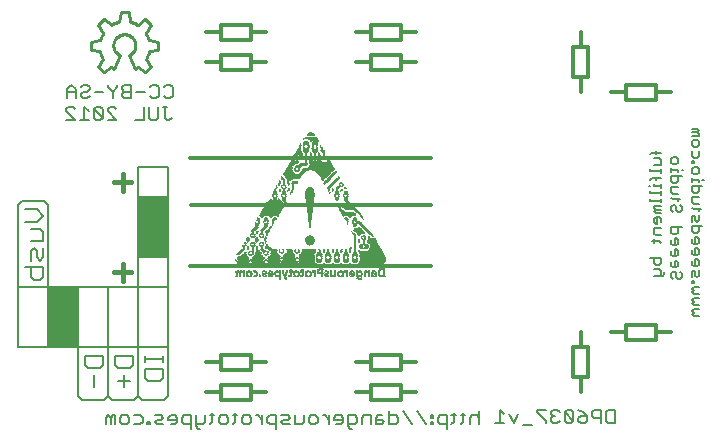
<source format=gbo>
G75*
G70*
%OFA0B0*%
%FSLAX24Y24*%
%IPPOS*%
%LPD*%
%AMOC8*
5,1,8,0,0,1.08239X$1,22.5*
%
%ADD10C,0.0060*%
%ADD11C,0.0080*%
%ADD12R,0.1000X0.2000*%
%ADD13C,0.0150*%
%ADD14C,0.0050*%
%ADD15R,0.0150X0.0010*%
%ADD16R,0.0070X0.0010*%
%ADD17R,0.0160X0.0010*%
%ADD18R,0.0080X0.0010*%
%ADD19R,0.0170X0.0010*%
%ADD20R,0.0090X0.0010*%
%ADD21R,0.0040X0.0010*%
%ADD22R,0.0100X0.0010*%
%ADD23R,0.0010X0.0010*%
%ADD24R,0.0060X0.0010*%
%ADD25R,0.0130X0.0010*%
%ADD26R,0.0050X0.0010*%
%ADD27R,0.0110X0.0010*%
%ADD28R,0.0140X0.0010*%
%ADD29R,0.0120X0.0010*%
%ADD30R,0.0190X0.0010*%
%ADD31R,0.0180X0.0010*%
%ADD32R,0.0210X0.0010*%
%ADD33R,0.0220X0.0010*%
%ADD34R,0.0200X0.0010*%
%ADD35R,0.0030X0.0010*%
%ADD36R,0.0020X0.0010*%
%ADD37R,0.0310X0.0010*%
%ADD38R,0.0780X0.0010*%
%ADD39R,0.1640X0.0010*%
%ADD40R,0.0380X0.0010*%
%ADD41R,0.0260X0.0010*%
%ADD42R,0.0800X0.0010*%
%ADD43R,0.1610X0.0010*%
%ADD44R,0.0360X0.0010*%
%ADD45R,0.0290X0.0010*%
%ADD46R,0.0820X0.0010*%
%ADD47R,0.1590X0.0010*%
%ADD48R,0.0340X0.0010*%
%ADD49R,0.0840X0.0010*%
%ADD50R,0.1570X0.0010*%
%ADD51R,0.0330X0.0010*%
%ADD52R,0.0320X0.0010*%
%ADD53R,0.1550X0.0010*%
%ADD54R,0.0300X0.0010*%
%ADD55R,0.0850X0.0010*%
%ADD56R,0.1080X0.0010*%
%ADD57R,0.0520X0.0010*%
%ADD58R,0.0450X0.0010*%
%ADD59R,0.0420X0.0010*%
%ADD60R,0.0540X0.0010*%
%ADD61R,0.0410X0.0010*%
%ADD62R,0.0430X0.0010*%
%ADD63R,0.0860X0.0010*%
%ADD64R,0.0530X0.0010*%
%ADD65R,0.0390X0.0010*%
%ADD66R,0.0510X0.0010*%
%ADD67R,0.0400X0.0010*%
%ADD68R,0.0500X0.0010*%
%ADD69R,0.0480X0.0010*%
%ADD70R,0.0370X0.0010*%
%ADD71R,0.0440X0.0010*%
%ADD72R,0.0870X0.0010*%
%ADD73R,0.0350X0.0010*%
%ADD74R,0.0490X0.0010*%
%ADD75R,0.0230X0.0010*%
%ADD76R,0.0270X0.0010*%
%ADD77R,0.0240X0.0010*%
%ADD78R,0.0830X0.0010*%
%ADD79R,0.0280X0.0010*%
%ADD80R,0.0810X0.0010*%
%ADD81R,0.0470X0.0010*%
%ADD82R,0.0250X0.0010*%
%ADD83R,0.0460X0.0010*%
%ADD84R,0.0640X0.0010*%
%ADD85R,0.0630X0.0010*%
%ADD86R,0.0620X0.0010*%
%ADD87R,0.0610X0.0010*%
%ADD88R,0.0590X0.0010*%
%ADD89R,0.0580X0.0010*%
%ADD90R,0.0560X0.0010*%
%ADD91R,0.0550X0.0010*%
%ADD92R,0.0570X0.0010*%
%ADD93R,0.0650X0.0010*%
%ADD94R,0.0680X0.0010*%
%ADD95R,0.0720X0.0010*%
%ADD96R,0.1060X0.0010*%
%ADD97R,0.1070X0.0010*%
%ADD98R,0.1050X0.0010*%
%ADD99R,0.0920X0.0010*%
%ADD100R,0.0890X0.0010*%
%ADD101R,0.0770X0.0010*%
%ADD102R,0.0760X0.0010*%
%ADD103R,0.0750X0.0010*%
%ADD104R,0.0740X0.0010*%
%ADD105R,0.0730X0.0010*%
%ADD106C,0.0120*%
%ADD107C,0.0100*%
D10*
X007144Y004542D02*
X007269Y004417D01*
X008019Y004417D01*
X008144Y004542D01*
X008144Y006167D01*
X008144Y008167D01*
X009144Y008167D01*
X009144Y009167D01*
X010144Y009167D01*
X010144Y008167D01*
X010144Y006167D01*
X010144Y004542D01*
X010019Y004417D01*
X009269Y004417D01*
X009144Y004542D01*
X009144Y006167D01*
X009144Y008167D01*
X010144Y008167D01*
X010144Y009167D02*
X010144Y011167D01*
X009144Y011167D01*
X009144Y012167D01*
X010144Y012167D01*
X010144Y011167D01*
X009144Y011167D02*
X009144Y009167D01*
X008144Y008167D02*
X007144Y008167D01*
X007144Y006167D01*
X007144Y004542D01*
X008144Y004542D02*
X008269Y004417D01*
X009019Y004417D01*
X009144Y004542D01*
X009224Y003887D02*
X009004Y003887D01*
X008837Y003814D02*
X008837Y003667D01*
X008764Y003593D01*
X008617Y003593D01*
X008543Y003667D01*
X008543Y003814D01*
X008617Y003887D01*
X008764Y003887D01*
X008837Y003814D01*
X009004Y003593D02*
X009224Y003593D01*
X009297Y003667D01*
X009297Y003814D01*
X009224Y003887D01*
X009454Y003667D02*
X009454Y003593D01*
X009527Y003593D01*
X009527Y003667D01*
X009454Y003667D01*
X009694Y003667D02*
X009768Y003593D01*
X009988Y003593D01*
X009914Y003740D02*
X009768Y003740D01*
X009694Y003667D01*
X009694Y003887D02*
X009914Y003887D01*
X009988Y003814D01*
X009914Y003740D01*
X010155Y003740D02*
X010448Y003740D01*
X010448Y003667D02*
X010448Y003814D01*
X010375Y003887D01*
X010228Y003887D01*
X010155Y003814D01*
X010155Y003740D01*
X010228Y003593D02*
X010375Y003593D01*
X010448Y003667D01*
X010615Y003667D02*
X010688Y003593D01*
X010909Y003593D01*
X010909Y003447D02*
X010909Y003887D01*
X010688Y003887D01*
X010615Y003814D01*
X010615Y003667D01*
X011075Y003593D02*
X011296Y003593D01*
X011369Y003667D01*
X011369Y003887D01*
X011529Y003887D02*
X011676Y003887D01*
X011602Y003960D02*
X011602Y003667D01*
X011529Y003593D01*
X011843Y003667D02*
X011843Y003814D01*
X011916Y003887D01*
X012063Y003887D01*
X012136Y003814D01*
X012136Y003667D01*
X012063Y003593D01*
X011916Y003593D01*
X011843Y003667D01*
X012296Y003593D02*
X012370Y003667D01*
X012370Y003960D01*
X012443Y003887D02*
X012296Y003887D01*
X012610Y003814D02*
X012683Y003887D01*
X012830Y003887D01*
X012903Y003814D01*
X012903Y003667D01*
X012830Y003593D01*
X012683Y003593D01*
X012610Y003667D01*
X012610Y003814D01*
X013067Y003887D02*
X013140Y003887D01*
X013287Y003740D01*
X013287Y003593D02*
X013287Y003887D01*
X013454Y003814D02*
X013454Y003667D01*
X013527Y003593D01*
X013747Y003593D01*
X013747Y003447D02*
X013747Y003887D01*
X013527Y003887D01*
X013454Y003814D01*
X013914Y003887D02*
X014134Y003887D01*
X014208Y003814D01*
X014134Y003740D01*
X013988Y003740D01*
X013914Y003667D01*
X013988Y003593D01*
X014208Y003593D01*
X014374Y003593D02*
X014374Y003887D01*
X014668Y003887D02*
X014668Y003667D01*
X014595Y003593D01*
X014374Y003593D01*
X014835Y003667D02*
X014835Y003814D01*
X014908Y003887D01*
X015055Y003887D01*
X015128Y003814D01*
X015128Y003667D01*
X015055Y003593D01*
X014908Y003593D01*
X014835Y003667D01*
X015292Y003887D02*
X015365Y003887D01*
X015512Y003740D01*
X015512Y003593D02*
X015512Y003887D01*
X015679Y003814D02*
X015752Y003887D01*
X015899Y003887D01*
X015972Y003814D01*
X015972Y003667D01*
X015899Y003593D01*
X015752Y003593D01*
X015679Y003740D02*
X015972Y003740D01*
X016139Y003593D02*
X016359Y003593D01*
X016433Y003667D01*
X016433Y003814D01*
X016359Y003887D01*
X016139Y003887D01*
X016139Y003520D01*
X016213Y003447D01*
X016286Y003447D01*
X016600Y003593D02*
X016600Y003814D01*
X016673Y003887D01*
X016893Y003887D01*
X016893Y003593D01*
X017060Y003593D02*
X017280Y003593D01*
X017353Y003667D01*
X017280Y003740D01*
X017060Y003740D01*
X017060Y003814D02*
X017060Y003593D01*
X017060Y003814D02*
X017133Y003887D01*
X017280Y003887D01*
X017520Y003887D02*
X017740Y003887D01*
X017814Y003814D01*
X017814Y003667D01*
X017740Y003593D01*
X017520Y003593D01*
X017520Y004034D01*
X017981Y004034D02*
X018274Y003593D01*
X018735Y003593D02*
X018441Y004034D01*
X018891Y003887D02*
X018891Y003814D01*
X018965Y003814D01*
X018965Y003887D01*
X018891Y003887D01*
X018891Y003667D02*
X018891Y003593D01*
X018965Y003593D01*
X018965Y003667D01*
X018891Y003667D01*
X019131Y003667D02*
X019205Y003593D01*
X019425Y003593D01*
X019425Y003447D02*
X019425Y003887D01*
X019205Y003887D01*
X019131Y003814D01*
X019131Y003667D01*
X019585Y003593D02*
X019659Y003667D01*
X019659Y003960D01*
X019732Y003887D02*
X019585Y003887D01*
X019892Y003887D02*
X020039Y003887D01*
X019965Y003960D02*
X019965Y003667D01*
X019892Y003593D01*
X020206Y003593D02*
X020206Y003814D01*
X020279Y003887D01*
X020426Y003887D01*
X020499Y003814D01*
X020499Y004034D02*
X020499Y003593D01*
X021057Y003644D02*
X021351Y003644D01*
X021204Y003644D02*
X021204Y004084D01*
X021351Y003937D01*
X021518Y003937D02*
X021664Y003644D01*
X021811Y003937D01*
X021978Y003570D02*
X022271Y003570D01*
X022732Y003644D02*
X022732Y003717D01*
X022438Y004011D01*
X022438Y004084D01*
X022732Y004084D01*
X022899Y004011D02*
X022899Y003937D01*
X022972Y003864D01*
X022899Y003790D01*
X022899Y003717D01*
X022972Y003644D01*
X023119Y003644D01*
X023192Y003717D01*
X023359Y003717D02*
X023432Y003644D01*
X023579Y003644D01*
X023653Y003717D01*
X023359Y004011D01*
X023359Y003717D01*
X023359Y004011D02*
X023432Y004084D01*
X023579Y004084D01*
X023653Y004011D01*
X023653Y003717D01*
X023819Y003717D02*
X023819Y003790D01*
X023893Y003864D01*
X024113Y003864D01*
X024113Y003717D01*
X024040Y003644D01*
X023893Y003644D01*
X023819Y003717D01*
X023966Y004011D02*
X024113Y003864D01*
X024280Y003864D02*
X024353Y003790D01*
X024573Y003790D01*
X024573Y003644D02*
X024573Y004084D01*
X024353Y004084D01*
X024280Y004011D01*
X024280Y003864D01*
X023966Y004011D02*
X023819Y004084D01*
X023192Y004011D02*
X023119Y004084D01*
X022972Y004084D01*
X022899Y004011D01*
X022972Y003864D02*
X023045Y003864D01*
X024740Y003717D02*
X024740Y004011D01*
X024813Y004084D01*
X025034Y004084D01*
X025034Y003644D01*
X024813Y003644D01*
X024740Y003717D01*
X015679Y003814D02*
X015679Y003740D01*
X011222Y003447D02*
X011149Y003447D01*
X011075Y003520D01*
X011075Y003887D01*
X008377Y003887D02*
X008377Y003593D01*
X008230Y003593D02*
X008230Y003814D01*
X008156Y003887D01*
X008083Y003814D01*
X008083Y003593D01*
X008230Y003814D02*
X008303Y003887D01*
X008377Y003887D01*
X008144Y006167D02*
X007144Y006167D01*
X006144Y006167D01*
X006144Y008167D01*
X006144Y010917D01*
X006019Y011042D01*
X005269Y011042D01*
X005144Y010917D01*
X005144Y008167D01*
X005144Y006167D01*
X006144Y006167D01*
X008144Y006167D02*
X009144Y006167D01*
X010144Y006167D01*
X007144Y008167D02*
X006144Y008167D01*
X005144Y008167D01*
X006747Y013731D02*
X007040Y013731D01*
X006747Y014025D01*
X006747Y014098D01*
X006820Y014171D01*
X006967Y014171D01*
X007040Y014098D01*
X007354Y014171D02*
X007354Y013731D01*
X007501Y013731D02*
X007207Y013731D01*
X007501Y014025D02*
X007354Y014171D01*
X007308Y014459D02*
X007235Y014532D01*
X007235Y014605D01*
X007308Y014679D01*
X007455Y014679D01*
X007528Y014752D01*
X007528Y014825D01*
X007455Y014899D01*
X007308Y014899D01*
X007235Y014825D01*
X007068Y014752D02*
X006921Y014899D01*
X006774Y014752D01*
X006774Y014459D01*
X006774Y014679D02*
X007068Y014679D01*
X007068Y014752D02*
X007068Y014459D01*
X007308Y014459D02*
X007455Y014459D01*
X007528Y014532D01*
X007695Y014679D02*
X007989Y014679D01*
X008156Y014825D02*
X008156Y014899D01*
X008156Y014825D02*
X008302Y014679D01*
X008302Y014459D01*
X008302Y014679D02*
X008449Y014825D01*
X008449Y014899D01*
X008616Y014825D02*
X008616Y014752D01*
X008689Y014679D01*
X008909Y014679D01*
X009076Y014679D02*
X009370Y014679D01*
X009537Y014825D02*
X009610Y014899D01*
X009757Y014899D01*
X009830Y014825D01*
X009830Y014532D01*
X009757Y014459D01*
X009610Y014459D01*
X009537Y014532D01*
X009509Y014171D02*
X009509Y013805D01*
X009582Y013731D01*
X009729Y013731D01*
X009803Y013805D01*
X009803Y014171D01*
X009969Y014171D02*
X010116Y014171D01*
X010043Y014171D02*
X010043Y013805D01*
X010116Y013731D01*
X010190Y013731D01*
X010263Y013805D01*
X010217Y014459D02*
X010070Y014459D01*
X009997Y014532D01*
X010217Y014459D02*
X010291Y014532D01*
X010291Y014825D01*
X010217Y014899D01*
X010070Y014899D01*
X009997Y014825D01*
X009342Y014171D02*
X009342Y013731D01*
X009049Y013731D01*
X008422Y013731D02*
X008128Y014025D01*
X008128Y014098D01*
X008201Y014171D01*
X008348Y014171D01*
X008422Y014098D01*
X007961Y014098D02*
X007961Y013805D01*
X007668Y014098D01*
X007668Y013805D01*
X007741Y013731D01*
X007888Y013731D01*
X007961Y013805D01*
X008128Y013731D02*
X008422Y013731D01*
X007961Y014098D02*
X007888Y014171D01*
X007741Y014171D01*
X007668Y014098D01*
X008616Y014532D02*
X008616Y014605D01*
X008689Y014679D01*
X008616Y014825D02*
X008689Y014899D01*
X008909Y014899D01*
X008909Y014459D01*
X008689Y014459D01*
X008616Y014532D01*
D11*
X005773Y010752D02*
X005359Y010752D01*
X005773Y010752D02*
X005979Y010545D01*
X005773Y010338D01*
X005359Y010338D01*
X005566Y010107D02*
X005876Y010107D01*
X005979Y010004D01*
X005979Y009694D01*
X005566Y009694D01*
X005669Y009463D02*
X005566Y009359D01*
X005566Y009049D01*
X005566Y008818D02*
X005566Y008508D01*
X005669Y008404D01*
X005876Y008404D01*
X005979Y008508D01*
X005979Y008818D01*
X005359Y008818D01*
X005773Y009152D02*
X005773Y009359D01*
X005669Y009463D01*
X005979Y009463D02*
X005979Y009152D01*
X005876Y009049D01*
X005773Y009152D01*
X007359Y005877D02*
X007359Y005566D01*
X007462Y005463D01*
X007876Y005463D01*
X007979Y005566D01*
X007979Y005877D01*
X007359Y005877D01*
X008359Y005877D02*
X008359Y005566D01*
X008462Y005463D01*
X008876Y005463D01*
X008979Y005566D01*
X008979Y005877D01*
X008359Y005877D01*
X009359Y005877D02*
X009359Y005670D01*
X009359Y005773D02*
X009979Y005773D01*
X009979Y005670D02*
X009979Y005877D01*
X009979Y005447D02*
X009359Y005447D01*
X009359Y005137D01*
X009462Y005033D01*
X009876Y005033D01*
X009979Y005137D01*
X009979Y005447D01*
X008876Y005025D02*
X008462Y005025D01*
X008669Y005232D02*
X008669Y004819D01*
X007669Y004819D02*
X007669Y005232D01*
D12*
X006644Y007167D03*
X009644Y010167D03*
D13*
X008628Y011383D02*
X008628Y011950D01*
X008911Y011666D02*
X008344Y011666D01*
X008628Y008950D02*
X008628Y008383D01*
X008344Y008666D02*
X008911Y008666D01*
D14*
X026222Y009143D02*
X026572Y009143D01*
X026572Y008967D01*
X026514Y008909D01*
X026397Y008909D01*
X026339Y008967D01*
X026339Y009143D01*
X026339Y008774D02*
X026514Y008774D01*
X026572Y008716D01*
X026572Y008541D01*
X026630Y008541D02*
X026339Y008541D01*
X026630Y008541D02*
X026689Y008599D01*
X026689Y008658D01*
X026911Y008625D02*
X026911Y008508D01*
X026969Y008450D01*
X027086Y008508D02*
X027145Y008450D01*
X027203Y008450D01*
X027261Y008508D01*
X027261Y008625D01*
X027203Y008683D01*
X027086Y008625D02*
X027028Y008683D01*
X026969Y008683D01*
X026911Y008625D01*
X027086Y008625D02*
X027086Y008508D01*
X027086Y008818D02*
X027145Y008876D01*
X027145Y008993D01*
X027086Y009051D01*
X027028Y009051D01*
X027028Y008818D01*
X027086Y008818D02*
X026969Y008818D01*
X026911Y008876D01*
X026911Y008993D01*
X026969Y009186D02*
X027086Y009186D01*
X027145Y009245D01*
X027145Y009361D01*
X027086Y009420D01*
X027028Y009420D01*
X027028Y009186D01*
X026969Y009186D02*
X026911Y009245D01*
X026911Y009361D01*
X026969Y009554D02*
X027086Y009554D01*
X027145Y009613D01*
X027145Y009730D01*
X027086Y009788D01*
X027028Y009788D01*
X027028Y009554D01*
X026969Y009554D02*
X026911Y009613D01*
X026911Y009730D01*
X026969Y009923D02*
X027086Y009923D01*
X027145Y009981D01*
X027145Y010156D01*
X027261Y010156D02*
X026911Y010156D01*
X026911Y009981D01*
X026969Y009923D01*
X026572Y009891D02*
X026397Y009891D01*
X026339Y009950D01*
X026339Y010125D01*
X026572Y010125D01*
X026455Y010260D02*
X026455Y010493D01*
X026397Y010493D02*
X026339Y010435D01*
X026339Y010318D01*
X026397Y010260D01*
X026455Y010260D01*
X026572Y010318D02*
X026572Y010435D01*
X026514Y010493D01*
X026397Y010493D01*
X026397Y010628D02*
X026572Y010628D01*
X026572Y010745D02*
X026397Y010745D01*
X026339Y010686D01*
X026397Y010628D01*
X026397Y010745D02*
X026339Y010803D01*
X026339Y010861D01*
X026572Y010861D01*
X026572Y010990D02*
X026572Y011107D01*
X026572Y011049D02*
X026222Y011049D01*
X026222Y011107D01*
X026222Y011294D02*
X026572Y011294D01*
X026572Y011352D02*
X026572Y011236D01*
X026572Y011481D02*
X026572Y011598D01*
X026572Y011540D02*
X026339Y011540D01*
X026339Y011598D01*
X026222Y011540D02*
X026163Y011540D01*
X026222Y011727D02*
X026280Y011785D01*
X026572Y011785D01*
X026397Y011843D02*
X026397Y011727D01*
X026572Y011972D02*
X026572Y012089D01*
X026572Y012031D02*
X026222Y012031D01*
X026222Y012089D01*
X026339Y012224D02*
X026572Y012224D01*
X026572Y012399D01*
X026514Y012457D01*
X026339Y012457D01*
X026397Y012586D02*
X026397Y012703D01*
X026280Y012644D02*
X026222Y012586D01*
X026280Y012644D02*
X026572Y012644D01*
X026911Y012430D02*
X026911Y012314D01*
X026969Y012255D01*
X027086Y012255D01*
X027145Y012314D01*
X027145Y012430D01*
X027086Y012489D01*
X026969Y012489D01*
X026911Y012430D01*
X026911Y012127D02*
X026911Y012010D01*
X026911Y012068D02*
X027145Y012068D01*
X027145Y012010D01*
X027261Y012068D02*
X027320Y012068D01*
X027261Y011875D02*
X026911Y011875D01*
X026911Y011700D01*
X026969Y011642D01*
X027086Y011642D01*
X027145Y011700D01*
X027145Y011875D01*
X027145Y011507D02*
X026911Y011507D01*
X026911Y011332D01*
X026969Y011273D01*
X027145Y011273D01*
X027145Y011144D02*
X027145Y011028D01*
X027203Y011086D02*
X026969Y011086D01*
X026911Y011144D01*
X026969Y010893D02*
X026911Y010835D01*
X026911Y010718D01*
X026969Y010659D01*
X027086Y010718D02*
X027145Y010659D01*
X027203Y010659D01*
X027261Y010718D01*
X027261Y010835D01*
X027203Y010893D01*
X027086Y010835D02*
X027028Y010893D01*
X026969Y010893D01*
X027086Y010835D02*
X027086Y010718D01*
X027600Y010814D02*
X027658Y010756D01*
X027892Y010756D01*
X027834Y010697D02*
X027834Y010814D01*
X027834Y010943D02*
X027658Y010943D01*
X027600Y011001D01*
X027600Y011176D01*
X027834Y011176D01*
X027775Y011311D02*
X027834Y011369D01*
X027834Y011545D01*
X027950Y011545D02*
X027600Y011545D01*
X027600Y011369D01*
X027658Y011311D01*
X027775Y011311D01*
X027834Y011679D02*
X027834Y011738D01*
X027600Y011738D01*
X027600Y011796D02*
X027600Y011679D01*
X027950Y011738D02*
X028009Y011738D01*
X027775Y011925D02*
X027658Y011925D01*
X027600Y011983D01*
X027600Y012100D01*
X027658Y012158D01*
X027775Y012158D01*
X027834Y012100D01*
X027834Y011983D01*
X027775Y011925D01*
X027658Y012293D02*
X027658Y012352D01*
X027600Y012352D01*
X027600Y012293D01*
X027658Y012293D01*
X027658Y012477D02*
X027600Y012536D01*
X027600Y012711D01*
X027658Y012846D02*
X027600Y012904D01*
X027600Y013021D01*
X027658Y013079D01*
X027775Y013079D01*
X027834Y013021D01*
X027834Y012904D01*
X027775Y012846D01*
X027658Y012846D01*
X027834Y012711D02*
X027834Y012536D01*
X027775Y012477D01*
X027658Y012477D01*
X027600Y013214D02*
X027834Y013214D01*
X027834Y013272D01*
X027775Y013331D01*
X027834Y013389D01*
X027775Y013447D01*
X027600Y013447D01*
X027600Y013331D02*
X027775Y013331D01*
X026222Y011352D02*
X026222Y011294D01*
X027600Y010504D02*
X027600Y010329D01*
X027717Y010387D02*
X027775Y010329D01*
X027834Y010387D01*
X027834Y010562D01*
X027717Y010504D02*
X027717Y010387D01*
X027717Y010504D02*
X027658Y010562D01*
X027600Y010504D01*
X027600Y010194D02*
X027600Y010019D01*
X027658Y009961D01*
X027775Y009961D01*
X027834Y010019D01*
X027834Y010194D01*
X027950Y010194D02*
X027600Y010194D01*
X027717Y009826D02*
X027717Y009592D01*
X027775Y009592D02*
X027834Y009651D01*
X027834Y009767D01*
X027775Y009826D01*
X027717Y009826D01*
X027600Y009767D02*
X027600Y009651D01*
X027658Y009592D01*
X027775Y009592D01*
X027775Y009458D02*
X027717Y009458D01*
X027717Y009224D01*
X027775Y009224D02*
X027834Y009282D01*
X027834Y009399D01*
X027775Y009458D01*
X027600Y009399D02*
X027600Y009282D01*
X027658Y009224D01*
X027775Y009224D01*
X027775Y009089D02*
X027717Y009089D01*
X027717Y008856D01*
X027775Y008856D02*
X027834Y008914D01*
X027834Y009031D01*
X027775Y009089D01*
X027600Y009031D02*
X027600Y008914D01*
X027658Y008856D01*
X027775Y008856D01*
X027834Y008721D02*
X027834Y008546D01*
X027775Y008487D01*
X027717Y008546D01*
X027717Y008663D01*
X027658Y008721D01*
X027600Y008663D01*
X027600Y008487D01*
X027600Y008362D02*
X027600Y008303D01*
X027658Y008303D01*
X027658Y008362D01*
X027600Y008362D01*
X027658Y008168D02*
X027834Y008168D01*
X027658Y008168D02*
X027600Y008110D01*
X027658Y008052D01*
X027600Y007993D01*
X027658Y007935D01*
X027834Y007935D01*
X027834Y007800D02*
X027658Y007800D01*
X027600Y007742D01*
X027658Y007683D01*
X027600Y007625D01*
X027658Y007567D01*
X027834Y007567D01*
X027834Y007432D02*
X027658Y007432D01*
X027600Y007373D01*
X027658Y007315D01*
X027600Y007257D01*
X027658Y007198D01*
X027834Y007198D01*
X026572Y009640D02*
X026514Y009698D01*
X026280Y009698D01*
X026339Y009756D02*
X026339Y009640D01*
D15*
X017304Y008767D03*
X017014Y008667D03*
X017004Y008657D03*
X016534Y008417D03*
X015894Y008507D03*
X015894Y008667D03*
X015634Y008897D03*
X015484Y008987D03*
X015484Y008997D03*
X015484Y009267D03*
X015194Y009267D03*
X015784Y009267D03*
X016074Y009267D03*
X016074Y008997D03*
X016074Y008987D03*
X016224Y008897D03*
X016374Y009267D03*
X015434Y008517D03*
X014824Y008507D03*
X014424Y008667D03*
X013554Y008507D03*
X013054Y008517D03*
X012854Y008507D03*
X012854Y008667D03*
X012684Y009207D03*
X012924Y009337D03*
X012934Y009347D03*
X013144Y009327D03*
X013454Y009477D03*
X013124Y009707D03*
X012824Y009707D03*
X012824Y009717D03*
X012824Y009727D03*
X012824Y009737D03*
X013414Y010207D03*
X013414Y010217D03*
X013414Y010227D03*
X013414Y010237D03*
X013414Y010247D03*
X013414Y010257D03*
X013414Y010367D03*
X013414Y010377D03*
X013414Y010387D03*
X013414Y010397D03*
X013414Y010407D03*
X013414Y010417D03*
X013564Y010517D03*
X014004Y011097D03*
X014004Y011107D03*
X014004Y011117D03*
X014004Y011127D03*
X014004Y011137D03*
X014004Y011147D03*
X014004Y011257D03*
X014004Y011267D03*
X014004Y011277D03*
X014004Y011287D03*
X014004Y011297D03*
X013714Y011297D03*
X014184Y011737D03*
X014564Y011917D03*
X014684Y012017D03*
X015324Y011777D03*
X015884Y011497D03*
X015894Y011507D03*
X015904Y011517D03*
X015784Y011297D03*
X015784Y011287D03*
X015784Y011107D03*
X016074Y011107D03*
X016074Y011117D03*
X016074Y011127D03*
X016074Y011137D03*
X016074Y011147D03*
X016074Y011097D03*
X016074Y011257D03*
X016074Y011267D03*
X016074Y011277D03*
X016074Y011287D03*
X016074Y011297D03*
X016224Y010517D03*
X016494Y010307D03*
X014874Y010557D03*
X014874Y009567D03*
X015494Y012327D03*
X015044Y012987D03*
X014744Y012987D03*
X014894Y013277D03*
X014504Y012687D03*
D16*
X014544Y012817D03*
X014684Y012887D03*
X014814Y012887D03*
X014814Y012767D03*
X014974Y012767D03*
X014974Y012887D03*
X015104Y012887D03*
X015124Y013037D03*
X015044Y013037D03*
X015044Y013027D03*
X014744Y013017D03*
X014894Y012607D03*
X014894Y012597D03*
X014894Y012547D03*
X015044Y012547D03*
X015044Y012557D03*
X015044Y012567D03*
X015044Y012577D03*
X015044Y012587D03*
X015044Y012617D03*
X015044Y012627D03*
X015184Y012607D03*
X015334Y012607D03*
X015334Y012617D03*
X015334Y012627D03*
X015334Y012597D03*
X015334Y012587D03*
X015334Y012577D03*
X015334Y012567D03*
X015334Y012557D03*
X015334Y012547D03*
X015334Y012537D03*
X015164Y012387D03*
X015044Y012377D03*
X015044Y012367D03*
X015044Y012357D03*
X014924Y012387D03*
X015504Y012377D03*
X015274Y012767D03*
X014444Y012557D03*
X014444Y012547D03*
X014444Y012537D03*
X014444Y012377D03*
X014444Y012367D03*
X014444Y012357D03*
X014384Y012107D03*
X014384Y012067D03*
X014454Y011987D03*
X014514Y012067D03*
X014524Y012077D03*
X014524Y012087D03*
X014524Y012097D03*
X014514Y012107D03*
X013954Y011787D03*
X014004Y011707D03*
X014004Y011697D03*
X014004Y011687D03*
X014004Y011677D03*
X014004Y011667D03*
X014004Y011657D03*
X014004Y011647D03*
X014004Y011637D03*
X014004Y011627D03*
X014004Y011617D03*
X014004Y011607D03*
X014004Y011597D03*
X014004Y011587D03*
X014004Y011577D03*
X014004Y011567D03*
X014004Y011417D03*
X014004Y011407D03*
X014004Y011397D03*
X014004Y011387D03*
X014004Y011377D03*
X014004Y011367D03*
X014004Y011357D03*
X014004Y011347D03*
X013964Y011247D03*
X013754Y011247D03*
X013664Y011247D03*
X013714Y011347D03*
X013714Y011357D03*
X013714Y011367D03*
X013714Y011377D03*
X013864Y011637D03*
X014164Y011577D03*
X014304Y011577D03*
X014304Y011587D03*
X014304Y011597D03*
X014304Y011567D03*
X014304Y011557D03*
X014304Y011547D03*
X014304Y011537D03*
X014304Y011527D03*
X014304Y011517D03*
X014304Y011507D03*
X014304Y011497D03*
X014304Y011487D03*
X014304Y011477D03*
X014304Y011467D03*
X014304Y011457D03*
X014304Y011447D03*
X014304Y011437D03*
X014304Y011427D03*
X014304Y011417D03*
X014164Y011417D03*
X014164Y011407D03*
X014154Y011367D03*
X014054Y010987D03*
X013834Y011057D03*
X013834Y011067D03*
X013714Y011037D03*
X013714Y011027D03*
X013584Y011057D03*
X013584Y011067D03*
X013414Y010457D03*
X013564Y010137D03*
X013554Y010127D03*
X013544Y010107D03*
X013534Y010097D03*
X013444Y009937D03*
X013444Y009927D03*
X013264Y009947D03*
X013264Y009957D03*
X013264Y009967D03*
X013264Y009977D03*
X013264Y009987D03*
X013264Y009997D03*
X013124Y009987D03*
X013124Y009977D03*
X012974Y009797D03*
X012974Y009647D03*
X012824Y009667D03*
X012824Y009777D03*
X012674Y009497D03*
X012674Y009487D03*
X012674Y009477D03*
X012674Y009467D03*
X012674Y009457D03*
X012674Y009447D03*
X012674Y009437D03*
X012824Y009477D03*
X012714Y009277D03*
X012894Y009057D03*
X012894Y008897D03*
X012584Y008687D03*
X012674Y008627D03*
X012674Y008617D03*
X012674Y008607D03*
X012674Y008597D03*
X012674Y008587D03*
X012674Y008577D03*
X012674Y008567D03*
X012674Y008557D03*
X012674Y008547D03*
X012674Y008537D03*
X012674Y008527D03*
X012674Y008517D03*
X012674Y008507D03*
X012674Y008497D03*
X012784Y008547D03*
X012784Y008557D03*
X012794Y008537D03*
X012784Y008617D03*
X012784Y008627D03*
X012794Y008637D03*
X012914Y008637D03*
X012924Y008627D03*
X012924Y008617D03*
X012924Y008607D03*
X012924Y008567D03*
X012924Y008557D03*
X012924Y008547D03*
X012914Y008537D03*
X013104Y008547D03*
X013114Y008567D03*
X013114Y008577D03*
X013114Y008587D03*
X013114Y008597D03*
X013114Y008607D03*
X013104Y008627D03*
X013214Y008537D03*
X013214Y008527D03*
X013214Y008517D03*
X013214Y008507D03*
X013314Y008527D03*
X013314Y008557D03*
X013394Y008647D03*
X013504Y008647D03*
X013624Y008567D03*
X013614Y008537D03*
X013724Y008557D03*
X013724Y008567D03*
X013724Y008577D03*
X013724Y008587D03*
X013724Y008597D03*
X013724Y008607D03*
X013724Y008617D03*
X013724Y008627D03*
X013734Y008637D03*
X013774Y008687D03*
X013864Y008627D03*
X013864Y008617D03*
X013864Y008607D03*
X013864Y008597D03*
X013864Y008587D03*
X013864Y008577D03*
X013864Y008567D03*
X013864Y008557D03*
X013864Y008547D03*
X013864Y008487D03*
X013864Y008477D03*
X013864Y008467D03*
X013864Y008457D03*
X013864Y008447D03*
X013864Y008437D03*
X013864Y008427D03*
X013864Y008417D03*
X013784Y008487D03*
X013984Y008617D03*
X013974Y008647D03*
X013974Y008657D03*
X013964Y008677D03*
X013964Y008687D03*
X014094Y008657D03*
X014094Y008647D03*
X014104Y008667D03*
X014104Y008677D03*
X014084Y008627D03*
X014084Y008617D03*
X014074Y008597D03*
X014034Y008497D03*
X014034Y008487D03*
X014044Y008467D03*
X014084Y008417D03*
X014204Y008487D03*
X014234Y008537D03*
X014234Y008547D03*
X014354Y008557D03*
X014354Y008567D03*
X014354Y008577D03*
X014354Y008597D03*
X014354Y008607D03*
X014354Y008617D03*
X014364Y008637D03*
X014364Y008547D03*
X014364Y008537D03*
X014494Y008547D03*
X014494Y008557D03*
X014494Y008617D03*
X014494Y008627D03*
X014484Y008637D03*
X014634Y008547D03*
X014754Y008547D03*
X014754Y008557D03*
X014764Y008537D03*
X014754Y008617D03*
X014754Y008627D03*
X014764Y008637D03*
X014884Y008637D03*
X014894Y008627D03*
X014894Y008617D03*
X014894Y008607D03*
X014894Y008577D03*
X014894Y008567D03*
X014894Y008557D03*
X014894Y008547D03*
X014884Y008537D03*
X015044Y008537D03*
X015044Y008547D03*
X015044Y008557D03*
X015044Y008567D03*
X015044Y008577D03*
X015044Y008587D03*
X015044Y008597D03*
X015044Y008607D03*
X015044Y008527D03*
X015044Y008517D03*
X015044Y008507D03*
X015044Y008497D03*
X015154Y008647D03*
X015144Y008657D03*
X015144Y008667D03*
X015144Y008677D03*
X015144Y008687D03*
X015144Y008697D03*
X015144Y008707D03*
X015284Y008707D03*
X015284Y008717D03*
X015284Y008697D03*
X015284Y008687D03*
X015284Y008677D03*
X015284Y008667D03*
X015284Y008657D03*
X015284Y008647D03*
X015284Y008637D03*
X015284Y008577D03*
X015284Y008567D03*
X015284Y008557D03*
X015284Y008547D03*
X015284Y008537D03*
X015284Y008527D03*
X015284Y008517D03*
X015284Y008507D03*
X015284Y008497D03*
X015284Y008487D03*
X015394Y008527D03*
X015394Y008557D03*
X015474Y008647D03*
X015584Y008647D03*
X015584Y008657D03*
X015584Y008667D03*
X015584Y008677D03*
X015584Y008637D03*
X015584Y008627D03*
X015584Y008617D03*
X015584Y008607D03*
X015584Y008597D03*
X015584Y008587D03*
X015584Y008577D03*
X015584Y008567D03*
X015584Y008557D03*
X015584Y008547D03*
X015674Y008487D03*
X015714Y008547D03*
X015714Y008557D03*
X015714Y008567D03*
X015714Y008577D03*
X015714Y008587D03*
X015714Y008597D03*
X015714Y008607D03*
X015714Y008617D03*
X015714Y008627D03*
X015714Y008637D03*
X015714Y008647D03*
X015714Y008657D03*
X015714Y008667D03*
X015714Y008677D03*
X015824Y008627D03*
X015824Y008617D03*
X015824Y008607D03*
X015824Y008597D03*
X015824Y008587D03*
X015824Y008577D03*
X015824Y008567D03*
X015824Y008557D03*
X015824Y008547D03*
X015834Y008537D03*
X015834Y008637D03*
X015954Y008637D03*
X015964Y008627D03*
X015964Y008617D03*
X015974Y008587D03*
X015974Y008577D03*
X015964Y008557D03*
X015964Y008547D03*
X015954Y008537D03*
X016114Y008537D03*
X016114Y008547D03*
X016114Y008557D03*
X016114Y008567D03*
X016114Y008577D03*
X016114Y008587D03*
X016114Y008597D03*
X016114Y008607D03*
X016114Y008617D03*
X016114Y008527D03*
X016114Y008517D03*
X016114Y008507D03*
X016114Y008497D03*
X016334Y008647D03*
X016454Y008627D03*
X016454Y008617D03*
X016454Y008607D03*
X016454Y008597D03*
X016454Y008587D03*
X016454Y008577D03*
X016454Y008567D03*
X016454Y008557D03*
X016454Y008497D03*
X016454Y008487D03*
X016464Y008467D03*
X016584Y008547D03*
X016594Y008557D03*
X016594Y008567D03*
X016594Y008577D03*
X016594Y008587D03*
X016594Y008597D03*
X016594Y008607D03*
X016594Y008617D03*
X016584Y008637D03*
X016534Y008687D03*
X016704Y008627D03*
X016704Y008617D03*
X016744Y008687D03*
X016834Y008617D03*
X016834Y008607D03*
X016834Y008597D03*
X016834Y008587D03*
X016834Y008577D03*
X016834Y008567D03*
X016834Y008557D03*
X016834Y008547D03*
X016834Y008537D03*
X016834Y008527D03*
X016834Y008517D03*
X016834Y008507D03*
X016834Y008497D03*
X016834Y008487D03*
X016954Y008537D03*
X017034Y008487D03*
X017064Y008567D03*
X017164Y008587D03*
X017164Y008597D03*
X017164Y008607D03*
X017164Y008617D03*
X017164Y008627D03*
X017164Y008637D03*
X017164Y008647D03*
X017164Y008657D03*
X017164Y008667D03*
X017174Y008687D03*
X017174Y008577D03*
X017174Y008567D03*
X017344Y008567D03*
X017344Y008577D03*
X017344Y008587D03*
X017344Y008597D03*
X017344Y008607D03*
X017344Y008617D03*
X017344Y008627D03*
X017344Y008637D03*
X017344Y008647D03*
X017344Y008657D03*
X017344Y008667D03*
X017344Y008677D03*
X017344Y008687D03*
X017344Y008697D03*
X017344Y008707D03*
X017344Y008717D03*
X017344Y008557D03*
X017344Y008547D03*
X017344Y008537D03*
X016954Y008637D03*
X016374Y008957D03*
X016224Y008927D03*
X016074Y008957D03*
X015924Y008927D03*
X015834Y009187D03*
X015724Y009187D03*
X015784Y009307D03*
X015784Y009317D03*
X015784Y009327D03*
X015784Y009337D03*
X015784Y009347D03*
X015784Y009357D03*
X015784Y009367D03*
X015784Y009377D03*
X015784Y009387D03*
X015634Y009327D03*
X015484Y009327D03*
X015484Y009337D03*
X015484Y009347D03*
X015484Y009357D03*
X015484Y009367D03*
X015484Y009377D03*
X015484Y009387D03*
X015484Y009317D03*
X015484Y009307D03*
X015544Y009187D03*
X015334Y009327D03*
X015194Y009327D03*
X015194Y009337D03*
X015194Y009347D03*
X015194Y009357D03*
X015194Y009367D03*
X015194Y009377D03*
X015194Y009317D03*
X015194Y009307D03*
X015244Y009187D03*
X015134Y009187D03*
X015334Y008927D03*
X015634Y008927D03*
X016014Y009187D03*
X016074Y009307D03*
X016074Y009317D03*
X016074Y009327D03*
X016074Y009337D03*
X016074Y009347D03*
X016074Y009357D03*
X016074Y009367D03*
X016074Y009377D03*
X016074Y009387D03*
X016224Y009327D03*
X016314Y009187D03*
X016514Y009357D03*
X016374Y009557D03*
X016374Y009567D03*
X016514Y009707D03*
X016664Y009707D03*
X016664Y009717D03*
X016664Y009697D03*
X016664Y009687D03*
X016664Y009677D03*
X016664Y009667D03*
X016664Y009657D03*
X016664Y009647D03*
X016664Y009637D03*
X016664Y009627D03*
X016664Y009617D03*
X016664Y009607D03*
X016664Y009597D03*
X016664Y009587D03*
X016664Y009867D03*
X016514Y009887D03*
X016374Y009877D03*
X016374Y009867D03*
X016364Y009897D03*
X016514Y010137D03*
X016554Y010557D03*
X016544Y010567D03*
X016074Y010457D03*
X015854Y010797D03*
X015824Y011247D03*
X015734Y011247D03*
X015784Y011347D03*
X015784Y011357D03*
X015784Y011367D03*
X015784Y011377D03*
X015784Y011387D03*
X015784Y011397D03*
X015784Y011407D03*
X015644Y011397D03*
X015634Y011377D03*
X015634Y011367D03*
X015494Y011417D03*
X015314Y011727D03*
X015924Y011637D03*
X015944Y011397D03*
X015934Y011377D03*
X014874Y010247D03*
X014874Y010237D03*
X014874Y010227D03*
X014454Y009277D03*
X014444Y008967D03*
X014444Y008957D03*
X013934Y008957D03*
X013934Y008977D03*
X013934Y009127D03*
X013934Y009277D03*
X013444Y009527D03*
X013384Y009697D03*
X013384Y009747D03*
X013264Y009647D03*
X013264Y009497D03*
X013264Y009487D03*
X013264Y009477D03*
X013264Y009467D03*
X013264Y009457D03*
X013264Y009447D03*
X013354Y009317D03*
X013414Y009057D03*
X013414Y008907D03*
X013414Y008897D03*
X012464Y008687D03*
X012434Y008637D03*
X016844Y009807D03*
X016954Y009857D03*
X016964Y009847D03*
D17*
X016529Y009937D03*
X016369Y010217D03*
X016369Y010227D03*
X016369Y010237D03*
X016369Y010247D03*
X016369Y010257D03*
X016369Y010367D03*
X016369Y010377D03*
X016369Y010387D03*
X016369Y010397D03*
X016369Y010407D03*
X016499Y010297D03*
X016369Y009257D03*
X016369Y009247D03*
X016369Y009007D03*
X016369Y008997D03*
X016079Y009257D03*
X015779Y009257D03*
X015779Y009007D03*
X015779Y008997D03*
X015929Y008897D03*
X016279Y008657D03*
X016279Y008517D03*
X016279Y008507D03*
X016529Y008427D03*
X016999Y008597D03*
X015489Y009257D03*
X015189Y009257D03*
X015189Y009007D03*
X015189Y008997D03*
X015339Y008897D03*
X015239Y008757D03*
X015239Y008597D03*
X014819Y008667D03*
X014429Y008507D03*
X013559Y008517D03*
X013559Y008657D03*
X013559Y009417D03*
X013459Y009467D03*
X013149Y009317D03*
X012919Y009327D03*
X013119Y009717D03*
X013119Y009727D03*
X013119Y010217D03*
X013119Y010227D03*
X013119Y010237D03*
X013119Y010247D03*
X013119Y010257D03*
X013269Y010517D03*
X013709Y011107D03*
X013709Y011117D03*
X013709Y011127D03*
X013709Y011137D03*
X013709Y011147D03*
X013709Y011257D03*
X013709Y011267D03*
X013709Y011277D03*
X013709Y011287D03*
X014449Y012017D03*
X014219Y012167D03*
X014219Y012177D03*
X014229Y012187D03*
X014209Y012157D03*
X014319Y012357D03*
X014509Y012677D03*
X014749Y012667D03*
X015039Y012667D03*
X015489Y012317D03*
X015329Y011787D03*
X015779Y011277D03*
X015779Y011267D03*
X015779Y011257D03*
X015779Y011147D03*
X015779Y011137D03*
X015779Y011127D03*
X015779Y011117D03*
X014879Y010617D03*
X014879Y010607D03*
X014879Y010597D03*
X014879Y010587D03*
X014879Y010577D03*
X014879Y010567D03*
D18*
X014879Y010287D03*
X014879Y010277D03*
X014879Y010267D03*
X014879Y010257D03*
X014879Y009857D03*
X015189Y009297D03*
X015339Y009387D03*
X015629Y009387D03*
X015779Y009297D03*
X015929Y009327D03*
X015929Y009337D03*
X015929Y009387D03*
X016369Y009387D03*
X016369Y009397D03*
X016369Y009407D03*
X016369Y009417D03*
X016369Y009427D03*
X016369Y009437D03*
X016369Y009447D03*
X016369Y009457D03*
X016369Y009467D03*
X016369Y009477D03*
X016369Y009487D03*
X016369Y009497D03*
X016369Y009507D03*
X016369Y009517D03*
X016369Y009527D03*
X016369Y009537D03*
X016369Y009547D03*
X016369Y009377D03*
X016369Y009367D03*
X016369Y009357D03*
X016369Y009347D03*
X016369Y009337D03*
X016369Y009327D03*
X016369Y009317D03*
X016369Y009307D03*
X016369Y009297D03*
X016519Y009647D03*
X016519Y009657D03*
X016519Y009667D03*
X016519Y009677D03*
X016519Y009687D03*
X016519Y009697D03*
X016669Y009577D03*
X016849Y009797D03*
X016929Y009887D03*
X016939Y009877D03*
X016949Y009867D03*
X016369Y010167D03*
X016369Y010457D03*
X016219Y010487D03*
X016519Y010597D03*
X016529Y010587D03*
X016539Y010577D03*
X015869Y010777D03*
X015859Y010787D03*
X015939Y011387D03*
X015789Y011417D03*
X015639Y011387D03*
X015389Y011607D03*
X015839Y011787D03*
X015729Y011977D03*
X015499Y012367D03*
X015339Y012387D03*
X015339Y012527D03*
X015339Y012637D03*
X015279Y012747D03*
X015279Y012757D03*
X015189Y012597D03*
X015189Y012557D03*
X015039Y012537D03*
X015039Y012527D03*
X015039Y012597D03*
X015039Y012607D03*
X014899Y012587D03*
X014899Y012577D03*
X014899Y012567D03*
X014899Y012557D03*
X015039Y012387D03*
X014569Y012527D03*
X014449Y012527D03*
X014449Y012387D03*
X014309Y012407D03*
X014389Y012117D03*
X014389Y012057D03*
X014509Y012057D03*
X014509Y012117D03*
X013999Y011717D03*
X013859Y011627D03*
X013859Y011617D03*
X013829Y011567D03*
X013859Y011397D03*
X013859Y011387D03*
X013859Y011377D03*
X014009Y011427D03*
X014159Y011397D03*
X014159Y011387D03*
X014159Y011377D03*
X014159Y011587D03*
X014049Y010997D03*
X013709Y011047D03*
X013559Y010487D03*
X013709Y010457D03*
X013549Y010117D03*
X013529Y010087D03*
X013519Y010077D03*
X013269Y010007D03*
X013269Y009937D03*
X013269Y009797D03*
X013379Y009737D03*
X013379Y009727D03*
X013379Y009717D03*
X013379Y009707D03*
X013449Y009517D03*
X013449Y009507D03*
X013269Y009507D03*
X013269Y009437D03*
X013119Y009437D03*
X013119Y009447D03*
X013119Y009457D03*
X013119Y009467D03*
X013119Y009477D03*
X013119Y009427D03*
X013119Y009417D03*
X013119Y009407D03*
X012969Y009407D03*
X012969Y009417D03*
X012969Y009427D03*
X012969Y009437D03*
X012969Y009447D03*
X012969Y009457D03*
X012969Y009467D03*
X012969Y009477D03*
X012969Y009487D03*
X012969Y009497D03*
X012969Y009397D03*
X012969Y009387D03*
X012969Y009377D03*
X012969Y009367D03*
X012969Y009357D03*
X012819Y009427D03*
X012669Y009427D03*
X012709Y009267D03*
X012899Y009207D03*
X012899Y008907D03*
X013099Y008637D03*
X013109Y008557D03*
X013389Y008617D03*
X013729Y008547D03*
X013739Y008537D03*
X013859Y008537D03*
X013859Y008637D03*
X014029Y008507D03*
X014059Y008457D03*
X014079Y008427D03*
X014379Y008527D03*
X014429Y008487D03*
X014479Y008527D03*
X014489Y008537D03*
X014599Y008487D03*
X014629Y008537D03*
X014359Y008627D03*
X014449Y008977D03*
X014449Y008987D03*
X014449Y009127D03*
X013929Y008967D03*
X013419Y009207D03*
X013119Y009667D03*
X013119Y009767D03*
X013119Y009967D03*
X012969Y009967D03*
X012969Y009977D03*
X012969Y009987D03*
X012969Y009997D03*
X012969Y009957D03*
X012969Y009947D03*
X012969Y009937D03*
X013159Y010407D03*
X013269Y010487D03*
X015159Y008717D03*
X015039Y008617D03*
X015469Y008617D03*
X015589Y008537D03*
X015709Y008537D03*
X016109Y008627D03*
X016279Y008687D03*
X016339Y008537D03*
X016459Y008547D03*
X016459Y008637D03*
X016589Y008627D03*
X016579Y008537D03*
X016469Y008457D03*
X016709Y008637D03*
X016829Y008627D03*
X016959Y008647D03*
X017049Y008577D03*
X017059Y008527D03*
X016959Y008527D03*
X017179Y008557D03*
X017189Y008547D03*
X017169Y008677D03*
X017179Y008697D03*
X017189Y008707D03*
X012799Y008527D03*
X012669Y008637D03*
X012549Y008627D03*
X014539Y012797D03*
X014539Y012807D03*
X014919Y013027D03*
X015039Y013017D03*
D19*
X015044Y012977D03*
X014744Y012977D03*
X014894Y013267D03*
X014744Y012677D03*
X014504Y012667D03*
X014504Y012657D03*
X014244Y012207D03*
X014234Y012197D03*
X014204Y012147D03*
X014204Y012137D03*
X014194Y012127D03*
X014194Y012117D03*
X014454Y012027D03*
X014694Y012027D03*
X014354Y011607D03*
X014194Y011747D03*
X015044Y012677D03*
X014874Y010647D03*
X014874Y010637D03*
X014874Y010627D03*
X014874Y009837D03*
X015194Y009247D03*
X015484Y009247D03*
X015484Y009237D03*
X015484Y009027D03*
X015484Y009017D03*
X015484Y009007D03*
X015784Y009017D03*
X015784Y009247D03*
X016074Y009247D03*
X016074Y009237D03*
X016074Y009227D03*
X016074Y009037D03*
X016074Y009027D03*
X016074Y009017D03*
X016074Y009007D03*
X015894Y008657D03*
X015894Y008517D03*
X016524Y008437D03*
X017004Y008507D03*
X017004Y008587D03*
X017294Y008497D03*
X015234Y008607D03*
X014824Y008657D03*
X014824Y008517D03*
X014424Y008517D03*
X014424Y008657D03*
X013814Y008497D03*
X012854Y008517D03*
X012854Y008657D03*
X012684Y009197D03*
X013154Y009307D03*
X013374Y009347D03*
X013384Y009337D03*
X013394Y009327D03*
X013484Y009447D03*
X013474Y009457D03*
X016504Y010097D03*
D20*
X016514Y010127D03*
X016914Y009907D03*
X016924Y009897D03*
X016854Y009787D03*
X016664Y009727D03*
X016664Y009857D03*
X016224Y009427D03*
X016224Y009417D03*
X016224Y009407D03*
X016224Y009397D03*
X016224Y009387D03*
X016224Y009377D03*
X016224Y009367D03*
X016224Y009357D03*
X016224Y009347D03*
X016224Y009337D03*
X016074Y009297D03*
X015924Y009347D03*
X015924Y009357D03*
X015924Y009367D03*
X015924Y009377D03*
X015634Y009377D03*
X015634Y009367D03*
X015634Y009357D03*
X015634Y009347D03*
X015634Y009337D03*
X015484Y009297D03*
X015334Y009337D03*
X015334Y009347D03*
X015334Y009357D03*
X015334Y009367D03*
X015334Y009377D03*
X015334Y008917D03*
X015424Y008687D03*
X015164Y008637D03*
X015034Y008627D03*
X014874Y008647D03*
X014824Y008687D03*
X014774Y008647D03*
X014774Y008527D03*
X014824Y008487D03*
X014874Y008527D03*
X014604Y008497D03*
X014424Y008687D03*
X014204Y008497D03*
X014074Y008437D03*
X014034Y008517D03*
X014034Y008527D03*
X013934Y008987D03*
X013934Y009117D03*
X013934Y009287D03*
X013414Y009217D03*
X013414Y009047D03*
X013414Y008917D03*
X013344Y008687D03*
X013554Y008687D03*
X013094Y008537D03*
X012904Y008527D03*
X012854Y008487D03*
X012854Y008687D03*
X012894Y008917D03*
X012894Y009047D03*
X012704Y009257D03*
X012664Y009417D03*
X012674Y009507D03*
X012824Y009467D03*
X012824Y009457D03*
X012824Y009447D03*
X012824Y009437D03*
X012974Y009507D03*
X012974Y009637D03*
X012824Y009677D03*
X012824Y009767D03*
X012974Y009807D03*
X012974Y010007D03*
X013114Y010167D03*
X013274Y010017D03*
X013444Y009947D03*
X013494Y010047D03*
X013504Y010057D03*
X013514Y010067D03*
X013414Y010167D03*
X013404Y010157D03*
X013154Y010387D03*
X013154Y010397D03*
X013584Y011047D03*
X013714Y011057D03*
X013834Y011047D03*
X014014Y011047D03*
X014004Y011337D03*
X014004Y011557D03*
X013854Y011597D03*
X013854Y011607D03*
X013844Y011587D03*
X013834Y011577D03*
X013994Y011727D03*
X013954Y011777D03*
X014154Y011677D03*
X014154Y011667D03*
X014154Y011657D03*
X014154Y011647D03*
X014154Y011637D03*
X014154Y011627D03*
X014154Y011617D03*
X014154Y011607D03*
X014154Y011597D03*
X013714Y011337D03*
X014744Y012287D03*
X014744Y012297D03*
X014744Y012307D03*
X014744Y012317D03*
X014744Y012327D03*
X014744Y012337D03*
X014744Y012347D03*
X014744Y012357D03*
X014744Y012367D03*
X014744Y012377D03*
X014744Y012387D03*
X014744Y012517D03*
X014744Y012527D03*
X014744Y012537D03*
X014744Y012547D03*
X014744Y012557D03*
X014744Y012567D03*
X014744Y012577D03*
X014744Y012587D03*
X014744Y012597D03*
X014744Y012607D03*
X014744Y012617D03*
X014744Y012627D03*
X014744Y012637D03*
X014694Y012757D03*
X014534Y012777D03*
X014534Y012787D03*
X014364Y012487D03*
X014354Y012467D03*
X014314Y012397D03*
X015044Y012517D03*
X015044Y012637D03*
X015094Y012757D03*
X015284Y012737D03*
X015284Y012727D03*
X015184Y012587D03*
X015184Y012577D03*
X015184Y012567D03*
X015334Y012517D03*
X015164Y012377D03*
X015724Y011967D03*
X015834Y011777D03*
X015924Y011627D03*
X015794Y011427D03*
X015784Y011337D03*
X016074Y011337D03*
X016074Y011057D03*
X016084Y011047D03*
X015784Y011057D03*
X015874Y010767D03*
X015884Y010757D03*
X015894Y010747D03*
X016104Y010377D03*
X016104Y010367D03*
X016504Y010617D03*
X016514Y010607D03*
X015494Y011427D03*
X015314Y011737D03*
X014874Y010317D03*
X014874Y010307D03*
X014874Y010297D03*
X015634Y008917D03*
X015894Y008687D03*
X015844Y008527D03*
X015894Y008487D03*
X015944Y008527D03*
X015674Y008497D03*
X016224Y008917D03*
X016464Y008537D03*
X016544Y008497D03*
X016474Y008447D03*
X016744Y008677D03*
X016824Y008637D03*
X017034Y008497D03*
X017204Y008537D03*
X013284Y009407D03*
X013274Y009427D03*
X013124Y009397D03*
X013124Y009387D03*
X013264Y009637D03*
X012544Y008637D03*
X012464Y008677D03*
D21*
X012419Y009027D03*
X012839Y009247D03*
X012849Y009237D03*
X012839Y009307D03*
X012849Y009317D03*
X012809Y009417D03*
X012729Y009307D03*
X012729Y009537D03*
X012729Y009607D03*
X012719Y009617D03*
X012639Y009527D03*
X012919Y009537D03*
X012929Y009527D03*
X012919Y009607D03*
X012929Y009617D03*
X013029Y009607D03*
X013029Y009537D03*
X013209Y009547D03*
X013229Y009527D03*
X013309Y009527D03*
X013319Y009537D03*
X013309Y009617D03*
X013209Y009607D03*
X013399Y009667D03*
X013429Y009577D03*
X013429Y009567D03*
X013409Y009787D03*
X013429Y009857D03*
X013429Y009867D03*
X013429Y009877D03*
X013319Y009907D03*
X013229Y009917D03*
X013219Y009907D03*
X013209Y009897D03*
X013209Y009837D03*
X013219Y009827D03*
X013119Y009787D03*
X013029Y009837D03*
X013019Y009827D03*
X013029Y009897D03*
X013009Y009917D03*
X012919Y009907D03*
X012929Y009827D03*
X013119Y009947D03*
X013059Y010277D03*
X013179Y010277D03*
X013179Y010287D03*
X013179Y010337D03*
X013159Y010437D03*
X013269Y010467D03*
X013359Y010347D03*
X013359Y010277D03*
X013469Y010277D03*
X013469Y010347D03*
X013649Y010337D03*
X013649Y010287D03*
X013649Y010277D03*
X013649Y010267D03*
X013649Y010257D03*
X013559Y010157D03*
X013799Y010517D03*
X014059Y010967D03*
X014059Y011157D03*
X014059Y011237D03*
X013949Y011227D03*
X013949Y011167D03*
X013769Y011167D03*
X013769Y011227D03*
X013649Y011227D03*
X013649Y011217D03*
X013649Y011177D03*
X013649Y011167D03*
X013729Y011427D03*
X013749Y011447D03*
X013769Y011467D03*
X013829Y011547D03*
X013949Y011527D03*
X013959Y011537D03*
X013949Y011467D03*
X013969Y011447D03*
X014059Y011457D03*
X014049Y011537D03*
X014169Y011557D03*
X014289Y011377D03*
X014289Y011367D03*
X014259Y011327D03*
X014259Y011317D03*
X014249Y011307D03*
X014249Y011297D03*
X013859Y011347D03*
X013859Y011357D03*
X013859Y011417D03*
X013949Y011807D03*
X014449Y012187D03*
X014399Y012417D03*
X014399Y012497D03*
X014369Y012547D03*
X014379Y012557D03*
X014499Y012497D03*
X014509Y012487D03*
X014509Y012427D03*
X014499Y012417D03*
X014569Y012507D03*
X014689Y012487D03*
X014699Y012497D03*
X014689Y012427D03*
X014799Y012417D03*
X014789Y012497D03*
X014999Y012497D03*
X014989Y012417D03*
X015089Y012417D03*
X015099Y012427D03*
X015099Y012487D03*
X015089Y012497D03*
X015189Y012617D03*
X015289Y012497D03*
X015279Y012487D03*
X015279Y012427D03*
X015289Y012417D03*
X015389Y012417D03*
X015499Y012407D03*
X015499Y012397D03*
X015259Y012787D03*
X015259Y012797D03*
X015119Y012797D03*
X015119Y012787D03*
X015119Y012857D03*
X015119Y012867D03*
X015149Y013017D03*
X015139Y013027D03*
X014959Y012857D03*
X014959Y012847D03*
X014959Y012837D03*
X014959Y012827D03*
X014959Y012817D03*
X014959Y012807D03*
X014959Y012797D03*
X014829Y012797D03*
X014829Y012807D03*
X014829Y012817D03*
X014829Y012827D03*
X014829Y012837D03*
X014829Y012847D03*
X014829Y012857D03*
X014669Y012857D03*
X014669Y012867D03*
X014669Y012797D03*
X014669Y012787D03*
X014559Y012867D03*
X014559Y012877D03*
X014689Y013087D03*
X015309Y011707D03*
X015499Y011387D03*
X015499Y011377D03*
X015539Y011307D03*
X015649Y011417D03*
X015719Y011227D03*
X015719Y011217D03*
X015719Y011177D03*
X015719Y011167D03*
X015839Y011167D03*
X015839Y011227D03*
X016019Y011237D03*
X016019Y011167D03*
X016129Y011167D03*
X016129Y011237D03*
X016059Y011427D03*
X016049Y011447D03*
X016049Y011457D03*
X015969Y011527D03*
X015989Y011547D03*
X015869Y011537D03*
X015869Y011597D03*
X015879Y011607D03*
X015949Y011417D03*
X016219Y010467D03*
X016129Y010347D03*
X016309Y010337D03*
X016309Y010287D03*
X016309Y010277D03*
X016369Y010157D03*
X016329Y009937D03*
X016339Y009927D03*
X016389Y009787D03*
X016389Y009777D03*
X016389Y009767D03*
X016389Y009757D03*
X016389Y009747D03*
X016389Y009737D03*
X016389Y009727D03*
X016389Y009687D03*
X016389Y009677D03*
X016389Y009667D03*
X016389Y009657D03*
X016389Y009647D03*
X016389Y009637D03*
X016499Y009857D03*
X016609Y009827D03*
X016619Y009837D03*
X016609Y009767D03*
X016719Y009757D03*
X016709Y009837D03*
X016839Y009827D03*
X016499Y009367D03*
X016439Y009167D03*
X016439Y009097D03*
X016439Y009087D03*
X016299Y009097D03*
X016299Y009157D03*
X016299Y009167D03*
X016139Y009167D03*
X016139Y009087D03*
X015999Y009097D03*
X015999Y009107D03*
X015999Y009147D03*
X015999Y009157D03*
X015849Y009167D03*
X015849Y009097D03*
X015849Y009087D03*
X015709Y009097D03*
X015709Y009157D03*
X015709Y009167D03*
X015559Y009167D03*
X015559Y009157D03*
X015559Y009107D03*
X015559Y009097D03*
X015419Y009087D03*
X015419Y009167D03*
X015259Y009167D03*
X015259Y009097D03*
X015259Y009087D03*
X015119Y009097D03*
X015119Y009157D03*
X015119Y009167D03*
X015049Y008687D03*
X014969Y008687D03*
X014619Y008737D03*
X014399Y009017D03*
X014399Y009097D03*
X014499Y009097D03*
X014509Y009317D03*
X014509Y009327D03*
X014509Y009377D03*
X014399Y009317D03*
X013989Y009317D03*
X013989Y009387D03*
X013889Y009307D03*
X013879Y009317D03*
X013889Y009097D03*
X013879Y009017D03*
X013979Y009097D03*
X014229Y008737D03*
X013499Y008527D03*
X013409Y008527D03*
X013209Y008487D03*
X013459Y008937D03*
X013459Y009027D03*
X013369Y009027D03*
X013369Y009237D03*
X013359Y009247D03*
X013459Y009237D03*
X013469Y009317D03*
X012959Y009307D03*
X012959Y009257D03*
X012959Y009247D03*
X012949Y009237D03*
X012939Y009027D03*
X012939Y008937D03*
X014879Y010147D03*
X014879Y010157D03*
X016089Y009397D03*
X016039Y008687D03*
X016449Y008687D03*
X016579Y008447D03*
X017059Y008647D03*
X015489Y008527D03*
X016609Y010487D03*
X016599Y010497D03*
D22*
X016499Y010627D03*
X016489Y010637D03*
X016479Y010647D03*
X016469Y010657D03*
X016459Y010667D03*
X016449Y010677D03*
X016439Y010687D03*
X016429Y010697D03*
X016419Y010707D03*
X016189Y010937D03*
X016179Y010947D03*
X016169Y010957D03*
X016159Y010967D03*
X016149Y010977D03*
X016139Y010987D03*
X016129Y010997D03*
X016119Y011007D03*
X016109Y011017D03*
X016099Y011027D03*
X016089Y011037D03*
X015969Y010857D03*
X015979Y010847D03*
X015989Y010837D03*
X015999Y010827D03*
X016009Y010817D03*
X016019Y010807D03*
X016029Y010797D03*
X015909Y010727D03*
X015899Y010737D03*
X016069Y010447D03*
X016099Y010397D03*
X016099Y010387D03*
X016219Y010497D03*
X016369Y010447D03*
X016559Y010267D03*
X016569Y010257D03*
X016579Y010247D03*
X016589Y010237D03*
X016599Y010227D03*
X016609Y010217D03*
X016619Y010207D03*
X016629Y010197D03*
X016639Y010187D03*
X016649Y010177D03*
X016659Y010167D03*
X016669Y010157D03*
X016679Y010147D03*
X016689Y010137D03*
X016699Y010127D03*
X016709Y010117D03*
X016719Y010107D03*
X016729Y010097D03*
X016739Y010087D03*
X016749Y010077D03*
X016759Y010067D03*
X016769Y010057D03*
X016779Y010047D03*
X016789Y010037D03*
X016799Y010027D03*
X016809Y010017D03*
X016819Y010007D03*
X016829Y009997D03*
X016839Y009987D03*
X016849Y009977D03*
X016859Y009967D03*
X016869Y009957D03*
X016879Y009947D03*
X016889Y009937D03*
X016899Y009927D03*
X016909Y009917D03*
X016859Y009777D03*
X016769Y009507D03*
X016769Y009497D03*
X016519Y009897D03*
X016369Y010177D03*
X014879Y010327D03*
X014879Y010337D03*
X014879Y010347D03*
X014879Y010357D03*
X014879Y010367D03*
X014879Y010377D03*
X014049Y011007D03*
X014039Y011017D03*
X014029Y011027D03*
X014019Y011037D03*
X014009Y011057D03*
X014009Y011437D03*
X014159Y011687D03*
X014159Y011697D03*
X013989Y011737D03*
X013979Y011747D03*
X013969Y011757D03*
X013959Y011767D03*
X014609Y011947D03*
X014749Y012397D03*
X014919Y012377D03*
X015039Y012397D03*
X015339Y012397D03*
X015499Y012357D03*
X015329Y012647D03*
X015319Y012657D03*
X015289Y012717D03*
X014989Y012757D03*
X014799Y012757D03*
X014529Y012757D03*
X014529Y012767D03*
X014569Y012537D03*
X014449Y012517D03*
X014359Y012477D03*
X014349Y012457D03*
X014349Y012447D03*
X014449Y012397D03*
X015319Y011747D03*
X015389Y011617D03*
X015499Y011737D03*
X015509Y011747D03*
X015519Y011757D03*
X015529Y011767D03*
X015539Y011777D03*
X015549Y011787D03*
X015559Y011797D03*
X015569Y011807D03*
X015579Y011817D03*
X015589Y011827D03*
X015599Y011837D03*
X015609Y011847D03*
X015619Y011857D03*
X015629Y011867D03*
X015639Y011877D03*
X015649Y011887D03*
X015659Y011897D03*
X015669Y011907D03*
X015679Y011917D03*
X015689Y011927D03*
X015699Y011937D03*
X015709Y011947D03*
X015719Y011957D03*
X015829Y011767D03*
X015819Y011757D03*
X015809Y011747D03*
X015799Y011737D03*
X015789Y011727D03*
X015779Y011717D03*
X015769Y011707D03*
X015759Y011697D03*
X015749Y011687D03*
X015739Y011677D03*
X015729Y011667D03*
X015719Y011657D03*
X015709Y011647D03*
X015699Y011637D03*
X015689Y011627D03*
X015679Y011617D03*
X015669Y011607D03*
X015659Y011597D03*
X015649Y011587D03*
X015639Y011577D03*
X015629Y011567D03*
X015619Y011557D03*
X015609Y011547D03*
X015599Y011537D03*
X015589Y011527D03*
X015579Y011517D03*
X015569Y011507D03*
X015559Y011497D03*
X015549Y011487D03*
X015539Y011477D03*
X015529Y011467D03*
X015519Y011457D03*
X015509Y011447D03*
X015499Y011437D03*
X015799Y011437D03*
X015809Y011447D03*
X015819Y011457D03*
X015829Y011467D03*
X015839Y011477D03*
X015849Y011487D03*
X014879Y011467D03*
X013589Y011037D03*
X013559Y010497D03*
X013419Y010447D03*
X013269Y010497D03*
X013149Y010377D03*
X013149Y010367D03*
X013119Y010177D03*
X013109Y010157D03*
X013099Y010147D03*
X012989Y010027D03*
X012979Y010017D03*
X012969Y009927D03*
X013119Y009757D03*
X013119Y009677D03*
X013269Y009807D03*
X013269Y009927D03*
X013279Y010027D03*
X013289Y010037D03*
X013299Y010047D03*
X013309Y010057D03*
X013319Y010067D03*
X013329Y010077D03*
X013339Y010087D03*
X013349Y010097D03*
X013359Y010107D03*
X013369Y010117D03*
X013379Y010127D03*
X013389Y010137D03*
X013399Y010147D03*
X013489Y010037D03*
X013479Y010027D03*
X013679Y010367D03*
X013679Y010377D03*
X013709Y010447D03*
X013449Y009497D03*
X013269Y009517D03*
X013279Y009417D03*
X013289Y009397D03*
X013299Y009387D03*
X013309Y009377D03*
X013319Y009367D03*
X013129Y009367D03*
X013129Y009377D03*
X012899Y009217D03*
X012699Y009247D03*
X012599Y009347D03*
X012609Y009357D03*
X012619Y009367D03*
X012629Y009377D03*
X012639Y009387D03*
X012649Y009397D03*
X012659Y009407D03*
X012589Y009337D03*
X012579Y009327D03*
X012569Y009317D03*
X012509Y009257D03*
X012499Y009247D03*
X012679Y009517D03*
X013029Y008687D03*
X013039Y008487D03*
X013329Y008567D03*
X013379Y008607D03*
X013369Y008487D03*
X013599Y008527D03*
X013779Y008677D03*
X014029Y008537D03*
X014069Y008447D03*
X014209Y008507D03*
X014609Y008507D03*
X014609Y008517D03*
X014609Y008527D03*
X014449Y008997D03*
X014449Y009117D03*
X014449Y009287D03*
X015189Y008967D03*
X015489Y008967D03*
X015779Y008967D03*
X015929Y008917D03*
X016079Y008967D03*
X016369Y008967D03*
X016539Y008677D03*
X016319Y008527D03*
X016269Y008487D03*
X017009Y008687D03*
X017199Y008717D03*
X015459Y008607D03*
X015409Y008567D03*
X015449Y008487D03*
X012589Y008677D03*
X014899Y013287D03*
D23*
X014574Y012927D03*
X014574Y012917D03*
X014894Y012627D03*
X015244Y012867D03*
X015244Y012877D03*
X015484Y012457D03*
X015734Y012017D03*
X015844Y011827D03*
X015304Y011687D03*
X015554Y011267D03*
X015554Y011257D03*
X016224Y010457D03*
X016144Y010237D03*
X016274Y010007D03*
X016284Y009997D03*
X016514Y010347D03*
X016654Y010427D03*
X016664Y010417D03*
X014874Y010127D03*
X014864Y009547D03*
X013634Y010217D03*
X013564Y010167D03*
X013564Y010457D03*
X013804Y010507D03*
X013154Y010457D03*
X013094Y010357D03*
X013064Y010307D03*
X013064Y010297D03*
X012824Y009797D03*
X012444Y009237D03*
X012404Y009057D03*
X015494Y008537D03*
X016594Y008457D03*
X014234Y011247D03*
X014234Y011257D03*
X013774Y011537D03*
X013944Y011827D03*
X014334Y012497D03*
D24*
X014309Y012417D03*
X014569Y012517D03*
X015189Y012547D03*
X015109Y012767D03*
X014969Y012777D03*
X014969Y012877D03*
X014919Y013017D03*
X014819Y012877D03*
X014819Y012777D03*
X014679Y012767D03*
X014549Y012827D03*
X014549Y012837D03*
X014379Y012097D03*
X014379Y012087D03*
X014379Y012077D03*
X013949Y011797D03*
X013869Y011657D03*
X013869Y011647D03*
X013829Y011557D03*
X013859Y011407D03*
X013859Y011367D03*
X013719Y011387D03*
X013719Y011397D03*
X014049Y011247D03*
X014169Y011427D03*
X014299Y011407D03*
X014169Y011567D03*
X013839Y011077D03*
X013789Y010527D03*
X013659Y010357D03*
X013559Y010477D03*
X013459Y010357D03*
X013369Y010357D03*
X013269Y010477D03*
X013159Y010427D03*
X013159Y010417D03*
X013169Y010357D03*
X013169Y010267D03*
X013069Y010267D03*
X013129Y009997D03*
X013119Y009957D03*
X013119Y009777D03*
X013119Y009657D03*
X013119Y009487D03*
X012959Y009317D03*
X012929Y009227D03*
X012719Y009287D03*
X012699Y009627D03*
X013389Y009687D03*
X013389Y009757D03*
X013399Y009767D03*
X013439Y009907D03*
X013439Y009917D03*
X013439Y009537D03*
X014109Y008687D03*
X014089Y008637D03*
X014079Y008607D03*
X014069Y008587D03*
X014069Y008577D03*
X013999Y008577D03*
X013999Y008567D03*
X013989Y008587D03*
X013989Y008597D03*
X013989Y008607D03*
X013979Y008627D03*
X013979Y008637D03*
X013969Y008667D03*
X014039Y008477D03*
X014239Y008557D03*
X014239Y008567D03*
X014239Y008577D03*
X014239Y008587D03*
X014239Y008597D03*
X014239Y008607D03*
X014239Y008617D03*
X014239Y008627D03*
X014239Y008637D03*
X014239Y008697D03*
X014239Y008707D03*
X014239Y008717D03*
X014239Y008727D03*
X014349Y008587D03*
X014499Y008587D03*
X014499Y008597D03*
X014499Y008607D03*
X014499Y008577D03*
X014499Y008567D03*
X014639Y008567D03*
X014639Y008577D03*
X014639Y008587D03*
X014639Y008597D03*
X014639Y008607D03*
X014639Y008617D03*
X014639Y008627D03*
X014639Y008637D03*
X014639Y008697D03*
X014639Y008707D03*
X014639Y008717D03*
X014639Y008727D03*
X014749Y008607D03*
X014749Y008597D03*
X014749Y008587D03*
X014749Y008577D03*
X014749Y008567D03*
X014639Y008557D03*
X014899Y008587D03*
X014899Y008597D03*
X014979Y008667D03*
X014979Y008677D03*
X015049Y008677D03*
X015049Y008667D03*
X015389Y008547D03*
X015389Y008537D03*
X015479Y008627D03*
X015479Y008637D03*
X015579Y008687D03*
X015579Y008497D03*
X015579Y008487D03*
X015969Y008567D03*
X015969Y008597D03*
X015969Y008607D03*
X016049Y008667D03*
X016049Y008677D03*
X016119Y008677D03*
X016119Y008667D03*
X016219Y008637D03*
X016219Y008627D03*
X016219Y008617D03*
X016229Y008647D03*
X016339Y008637D03*
X016349Y008627D03*
X016349Y008617D03*
X016349Y008567D03*
X016349Y008557D03*
X016349Y008547D03*
X016459Y008477D03*
X016449Y008677D03*
X016699Y008607D03*
X016699Y008597D03*
X016699Y008587D03*
X016699Y008577D03*
X016699Y008567D03*
X016699Y008557D03*
X016699Y008547D03*
X016699Y008537D03*
X016699Y008527D03*
X016699Y008517D03*
X016699Y008507D03*
X016699Y008497D03*
X016699Y008487D03*
X016839Y008667D03*
X016839Y008677D03*
X016949Y008627D03*
X016949Y008577D03*
X016949Y008567D03*
X016949Y008557D03*
X016949Y008547D03*
X016949Y008497D03*
X016939Y008487D03*
X017069Y008537D03*
X017069Y008547D03*
X017069Y008557D03*
X016429Y009077D03*
X016429Y009187D03*
X016309Y009077D03*
X016219Y008937D03*
X016009Y009077D03*
X016129Y009187D03*
X016239Y009437D03*
X016379Y009577D03*
X016379Y009587D03*
X016509Y009637D03*
X016509Y009717D03*
X016509Y009877D03*
X016379Y009857D03*
X016379Y009847D03*
X016379Y009837D03*
X016369Y009887D03*
X016359Y009907D03*
X016349Y009917D03*
X016319Y010267D03*
X016319Y010357D03*
X016419Y010357D03*
X016419Y010267D03*
X016219Y010477D03*
X016119Y010357D03*
X015999Y010527D03*
X016559Y010547D03*
X016569Y010537D03*
X016119Y011247D03*
X016029Y011247D03*
X015929Y011367D03*
X015949Y011407D03*
X015869Y011527D03*
X015649Y011407D03*
X015499Y011407D03*
X015389Y011597D03*
X015839Y011797D03*
X015729Y011987D03*
X014879Y010217D03*
X014879Y010207D03*
X014879Y010197D03*
X014879Y010187D03*
X014879Y010177D03*
X014879Y010167D03*
X015189Y009387D03*
X015429Y009187D03*
X015549Y009077D03*
X015489Y008957D03*
X015339Y008937D03*
X015189Y008957D03*
X015129Y009077D03*
X015249Y009077D03*
X015719Y009077D03*
X015779Y008957D03*
X016119Y008487D03*
X016969Y009837D03*
X013629Y008617D03*
X013619Y008627D03*
X013619Y008637D03*
X013609Y008647D03*
X013629Y008557D03*
X013619Y008547D03*
X013489Y008617D03*
X013499Y008637D03*
X013399Y008637D03*
X013399Y008627D03*
X013309Y008547D03*
X013309Y008537D03*
X013209Y008547D03*
X013209Y008497D03*
X013109Y008617D03*
X012929Y008597D03*
X012929Y008587D03*
X012929Y008577D03*
X012779Y008577D03*
X012779Y008587D03*
X012779Y008597D03*
X012779Y008607D03*
X012779Y008567D03*
X012669Y008487D03*
X012549Y008487D03*
X012549Y008497D03*
X012549Y008507D03*
X012549Y008517D03*
X012549Y008527D03*
X012549Y008537D03*
X012549Y008547D03*
X012549Y008557D03*
X012549Y008567D03*
X012549Y008577D03*
X012549Y008587D03*
X012549Y008597D03*
X012549Y008607D03*
X012549Y008617D03*
X012429Y008617D03*
X012429Y008627D03*
X012429Y008607D03*
X012429Y008597D03*
X012429Y008587D03*
X012429Y008577D03*
X012429Y008567D03*
X012429Y008557D03*
X012429Y008547D03*
X012429Y008537D03*
X012429Y008527D03*
X012429Y008517D03*
X012429Y008507D03*
X012429Y008497D03*
X012679Y008677D03*
D25*
X012854Y008677D03*
X012854Y008497D03*
X013044Y008667D03*
X013054Y008657D03*
X013354Y008667D03*
X013364Y008497D03*
X012684Y009217D03*
X012544Y009307D03*
X012824Y009697D03*
X012824Y009747D03*
X013144Y009337D03*
X013454Y009487D03*
X013414Y010187D03*
X013414Y010197D03*
X013414Y010427D03*
X013594Y011027D03*
X013824Y011027D03*
X014004Y011077D03*
X014004Y011317D03*
X013714Y011317D03*
X014174Y011727D03*
X014584Y011927D03*
X014664Y011997D03*
X014674Y012007D03*
X014924Y012357D03*
X014564Y012557D03*
X014514Y012707D03*
X014514Y012717D03*
X014344Y012427D03*
X014744Y012997D03*
X015044Y012997D03*
X015494Y012337D03*
X015324Y011767D03*
X015784Y011317D03*
X016074Y011317D03*
X016074Y011077D03*
X015954Y010667D03*
X016474Y010337D03*
X016484Y010327D03*
X016514Y010107D03*
X016524Y009917D03*
X016664Y009747D03*
X016744Y009547D03*
X016074Y009277D03*
X016074Y008977D03*
X015784Y008977D03*
X015484Y008977D03*
X015484Y009277D03*
X015244Y008767D03*
X015434Y008667D03*
X015434Y008657D03*
X015444Y008497D03*
X015014Y008637D03*
X015014Y008647D03*
X015014Y008657D03*
X014824Y008677D03*
X014824Y008497D03*
X014624Y008647D03*
X014624Y008657D03*
X014624Y008667D03*
X014624Y008677D03*
X014624Y008687D03*
X014424Y008677D03*
X015894Y008677D03*
X015894Y008497D03*
X016084Y008637D03*
X016084Y008647D03*
X016084Y008657D03*
X017014Y008677D03*
X017314Y008487D03*
X014874Y009847D03*
X014874Y010467D03*
X014874Y010477D03*
X014874Y010487D03*
D26*
X014054Y010977D03*
X013954Y011157D03*
X013954Y011237D03*
X013764Y011237D03*
X013764Y011157D03*
X013654Y011157D03*
X013654Y011237D03*
X013584Y011077D03*
X013724Y011407D03*
X013724Y011417D03*
X013734Y011437D03*
X013874Y011667D03*
X013874Y011677D03*
X014044Y011447D03*
X014154Y011357D03*
X014294Y011387D03*
X014294Y011397D03*
X015314Y011717D03*
X015384Y011587D03*
X015494Y011397D03*
X015634Y011357D03*
X015724Y011237D03*
X015724Y011157D03*
X015834Y011157D03*
X015834Y011237D03*
X015924Y011357D03*
X016074Y011347D03*
X016054Y011437D03*
X015954Y011617D03*
X015894Y011617D03*
X015844Y011807D03*
X015734Y011997D03*
X015504Y012387D03*
X015374Y012407D03*
X015304Y012407D03*
X015164Y012397D03*
X015074Y012407D03*
X015004Y012407D03*
X014924Y012397D03*
X014784Y012407D03*
X014714Y012407D03*
X014894Y012537D03*
X014894Y012617D03*
X014824Y012787D03*
X014824Y012867D03*
X014964Y012867D03*
X014964Y012787D03*
X015114Y012777D03*
X015114Y012877D03*
X015264Y012777D03*
X015194Y012537D03*
X014924Y013007D03*
X014674Y012877D03*
X014674Y012777D03*
X014554Y012847D03*
X014554Y012857D03*
X014484Y012407D03*
X014414Y012407D03*
X016024Y011157D03*
X016124Y011157D03*
X015784Y011047D03*
X016314Y010347D03*
X016424Y010347D03*
X016514Y010147D03*
X016504Y009867D03*
X016384Y009827D03*
X016384Y009817D03*
X016384Y009807D03*
X016384Y009797D03*
X016504Y009727D03*
X016614Y009757D03*
X016844Y009817D03*
X016384Y009627D03*
X016384Y009617D03*
X016384Y009607D03*
X016384Y009597D03*
X016244Y009447D03*
X016224Y009317D03*
X016304Y009177D03*
X016304Y009087D03*
X016434Y009177D03*
X016134Y009177D03*
X016134Y009077D03*
X016004Y009087D03*
X016004Y009167D03*
X016004Y009177D03*
X015844Y009177D03*
X015844Y009077D03*
X015714Y009087D03*
X015714Y009177D03*
X015554Y009177D03*
X015554Y009087D03*
X015424Y009077D03*
X015424Y009177D03*
X015334Y009317D03*
X015254Y009177D03*
X015124Y009177D03*
X015124Y009087D03*
X015634Y008937D03*
X015714Y008687D03*
X015924Y008937D03*
X016124Y008687D03*
X015924Y009317D03*
X015634Y009317D03*
X015044Y008487D03*
X014504Y009017D03*
X014484Y009007D03*
X014414Y009007D03*
X013984Y009017D03*
X013974Y009007D03*
X013894Y009007D03*
X013874Y008687D03*
X013874Y008677D03*
X014064Y008567D03*
X013494Y008627D03*
X013374Y008937D03*
X013384Y009227D03*
X013444Y009227D03*
X013354Y009307D03*
X013434Y009547D03*
X013434Y009557D03*
X013394Y009677D03*
X013404Y009777D03*
X013314Y009827D03*
X013304Y009917D03*
X013434Y009897D03*
X013434Y009887D03*
X013134Y010007D03*
X012934Y009917D03*
X012824Y009787D03*
X012824Y009657D03*
X012694Y009637D03*
X012714Y009527D03*
X012824Y009487D03*
X013014Y009527D03*
X013014Y009617D03*
X013224Y009617D03*
X012724Y009297D03*
X012864Y009227D03*
X012854Y009027D03*
X012854Y008937D03*
X012674Y008687D03*
X012424Y008487D03*
X013974Y009307D03*
X014404Y009307D03*
X014494Y009307D03*
X013564Y010147D03*
X013464Y010267D03*
X013364Y010267D03*
X013174Y010347D03*
X013564Y010467D03*
X013654Y010347D03*
X016574Y010527D03*
X016584Y010517D03*
X016594Y010507D03*
X016834Y008687D03*
D27*
X016744Y008667D03*
X016974Y008617D03*
X016074Y009287D03*
X015784Y009287D03*
X015484Y009287D03*
X015334Y008907D03*
X015264Y008587D03*
X015444Y008597D03*
X014214Y008527D03*
X014214Y008517D03*
X014034Y008547D03*
X013934Y008997D03*
X013934Y009107D03*
X013934Y009297D03*
X013414Y009037D03*
X013414Y008927D03*
X013364Y008597D03*
X013344Y008577D03*
X013544Y008487D03*
X012894Y008927D03*
X012894Y009037D03*
X012694Y009237D03*
X012524Y009277D03*
X012514Y009267D03*
X012824Y009687D03*
X012824Y009757D03*
X012974Y009817D03*
X012974Y009627D03*
X012974Y009517D03*
X013134Y009357D03*
X013334Y009357D03*
X013264Y009627D03*
X013434Y009957D03*
X013464Y010007D03*
X013474Y010017D03*
X013414Y010177D03*
X013094Y010137D03*
X013084Y010127D03*
X013074Y010117D03*
X013064Y010107D03*
X013054Y010097D03*
X013044Y010087D03*
X013034Y010077D03*
X013024Y010067D03*
X013014Y010057D03*
X013004Y010047D03*
X012994Y010037D03*
X013684Y010387D03*
X013564Y010507D03*
X013834Y011037D03*
X014004Y011067D03*
X014004Y011327D03*
X014004Y011547D03*
X014164Y011707D03*
X014454Y011997D03*
X014594Y011937D03*
X014624Y011957D03*
X014634Y011967D03*
X014644Y011977D03*
X014654Y011987D03*
X014314Y012387D03*
X014344Y012437D03*
X014744Y012507D03*
X015044Y012507D03*
X015164Y012367D03*
X015334Y012507D03*
X015314Y012667D03*
X015304Y012677D03*
X015304Y012687D03*
X015294Y012697D03*
X015294Y012707D03*
X015494Y012347D03*
X015494Y011727D03*
X015484Y011717D03*
X015474Y011707D03*
X015464Y011697D03*
X015454Y011687D03*
X015444Y011677D03*
X015434Y011667D03*
X015424Y011657D03*
X015414Y011647D03*
X015404Y011637D03*
X015394Y011627D03*
X016074Y011327D03*
X016074Y011067D03*
X015784Y011067D03*
X015914Y010717D03*
X015924Y010707D03*
X016404Y010717D03*
X016094Y010417D03*
X016094Y010407D03*
X016084Y010427D03*
X016074Y010437D03*
X016514Y010117D03*
X016524Y009907D03*
X016664Y009847D03*
X016664Y009737D03*
X016574Y009537D03*
X016574Y009527D03*
X016564Y009517D03*
X016564Y009507D03*
X016564Y009497D03*
X016564Y009487D03*
X016564Y009477D03*
X016574Y009467D03*
X016764Y009477D03*
X016764Y009487D03*
X016764Y009517D03*
X016764Y009527D03*
X016754Y009537D03*
X014874Y009557D03*
X014874Y010387D03*
X014874Y010397D03*
X014874Y010407D03*
X012464Y008667D03*
X014524Y012747D03*
X014744Y013007D03*
X015044Y013007D03*
D28*
X015039Y012657D03*
X014749Y012657D03*
X014509Y012697D03*
X014319Y012367D03*
X014449Y012007D03*
X015159Y012357D03*
X014879Y011457D03*
X015779Y011307D03*
X015779Y011097D03*
X015779Y011087D03*
X016069Y011087D03*
X016069Y011307D03*
X015969Y010657D03*
X016369Y010427D03*
X016369Y010417D03*
X016489Y010317D03*
X016369Y010207D03*
X016369Y010197D03*
X016529Y009927D03*
X016369Y009277D03*
X016369Y008987D03*
X016279Y008667D03*
X016269Y008497D03*
X015779Y008987D03*
X015779Y009277D03*
X015189Y009277D03*
X015189Y008987D03*
X015439Y008507D03*
X014229Y008647D03*
X014229Y008657D03*
X014229Y008667D03*
X014229Y008677D03*
X013559Y008667D03*
X013549Y008497D03*
X013359Y008507D03*
X013359Y008517D03*
X013059Y008527D03*
X013049Y008507D03*
X013059Y008647D03*
X013119Y009697D03*
X013119Y009737D03*
X013119Y010197D03*
X013119Y010207D03*
X013709Y011087D03*
X013709Y011097D03*
X013709Y011307D03*
X014009Y011307D03*
X014009Y011087D03*
X014879Y010547D03*
X014879Y010537D03*
X014879Y010527D03*
X014879Y010517D03*
X014879Y010507D03*
X014879Y010497D03*
X016989Y008607D03*
D29*
X016279Y008677D03*
X016229Y008907D03*
X016369Y008977D03*
X016369Y009287D03*
X016579Y009457D03*
X016589Y009547D03*
X016749Y009457D03*
X016759Y009467D03*
X016869Y009767D03*
X016369Y010187D03*
X016369Y010437D03*
X016219Y010507D03*
X015949Y010677D03*
X015939Y010687D03*
X015929Y010697D03*
X015779Y011077D03*
X015779Y011327D03*
X015319Y011757D03*
X014919Y012367D03*
X015039Y012647D03*
X014749Y012647D03*
X014569Y012547D03*
X014449Y012507D03*
X014319Y012377D03*
X014519Y012727D03*
X014519Y012737D03*
X014929Y013037D03*
X014169Y011717D03*
X013709Y011327D03*
X013709Y011077D03*
X013709Y011067D03*
X013269Y010507D03*
X013419Y010437D03*
X013689Y010407D03*
X013689Y010397D03*
X013699Y010417D03*
X013699Y010427D03*
X013709Y010437D03*
X013459Y009997D03*
X013449Y009987D03*
X013439Y009977D03*
X013439Y009967D03*
X013269Y009817D03*
X013119Y009747D03*
X013119Y009687D03*
X013139Y009347D03*
X012689Y009227D03*
X012539Y009297D03*
X012529Y009287D03*
X013039Y008677D03*
X013039Y008497D03*
X013349Y008587D03*
X013359Y008657D03*
X013349Y008677D03*
X013559Y008677D03*
X014029Y008557D03*
X014229Y008687D03*
X014429Y008497D03*
X015189Y008977D03*
X015189Y009287D03*
X015629Y008907D03*
X015929Y008907D03*
X015429Y008677D03*
X015429Y008587D03*
X015419Y008577D03*
X014449Y009107D03*
X014449Y009297D03*
X013119Y010187D03*
X014879Y010417D03*
X014879Y010427D03*
X014879Y010437D03*
X014879Y010447D03*
X014879Y010457D03*
D30*
X014874Y010707D03*
X014874Y010717D03*
X014364Y011627D03*
X014364Y011637D03*
X014454Y012047D03*
X014714Y012037D03*
X014184Y012087D03*
X014184Y012097D03*
X014504Y012637D03*
X014504Y012647D03*
X014744Y012697D03*
X014744Y012707D03*
X015044Y012707D03*
X015044Y012697D03*
X015044Y012947D03*
X015044Y012957D03*
X014744Y012957D03*
X014744Y012947D03*
X014744Y012937D03*
X015484Y012307D03*
X016504Y010277D03*
X017284Y008747D03*
X017284Y008507D03*
X016774Y008647D03*
X016774Y008657D03*
X016514Y008657D03*
X016514Y008517D03*
X016284Y008577D03*
X016284Y008587D03*
X016284Y008597D03*
X016284Y008607D03*
X015894Y008647D03*
X015644Y008527D03*
X015644Y008517D03*
X015224Y008617D03*
X015224Y008627D03*
X015224Y008737D03*
X014424Y008647D03*
X013804Y008657D03*
X013804Y008517D03*
X012854Y008647D03*
X012684Y009187D03*
X013154Y009297D03*
X013494Y009437D03*
D31*
X013579Y009407D03*
X013809Y008667D03*
X013809Y008507D03*
X012619Y008667D03*
X014879Y009577D03*
X015189Y009237D03*
X015189Y009227D03*
X015189Y009217D03*
X015189Y009207D03*
X015189Y009197D03*
X015189Y009067D03*
X015189Y009057D03*
X015189Y009047D03*
X015189Y009037D03*
X015189Y009027D03*
X015189Y009017D03*
X015229Y008747D03*
X015489Y009037D03*
X015489Y009047D03*
X015489Y009057D03*
X015489Y009067D03*
X015489Y009197D03*
X015489Y009207D03*
X015489Y009217D03*
X015489Y009227D03*
X015779Y009227D03*
X015779Y009237D03*
X015779Y009217D03*
X015779Y009207D03*
X015779Y009197D03*
X015779Y009067D03*
X015779Y009057D03*
X015779Y009047D03*
X015779Y009037D03*
X015779Y009027D03*
X016069Y009047D03*
X016069Y009057D03*
X016069Y009067D03*
X016069Y009197D03*
X016069Y009207D03*
X016069Y009217D03*
X016369Y009217D03*
X016369Y009227D03*
X016369Y009237D03*
X016369Y009207D03*
X016369Y009197D03*
X016369Y009067D03*
X016369Y009057D03*
X016369Y009047D03*
X016369Y009037D03*
X016369Y009027D03*
X016369Y009017D03*
X016509Y008667D03*
X016509Y008507D03*
X017009Y008517D03*
X017289Y008757D03*
X015639Y008507D03*
X016499Y010287D03*
X014879Y010657D03*
X014879Y010667D03*
X014879Y010677D03*
X014879Y010687D03*
X014879Y010697D03*
X014879Y011447D03*
X014389Y011677D03*
X014359Y011617D03*
X014449Y012037D03*
X014259Y012227D03*
X014249Y012217D03*
X014189Y012107D03*
X014749Y012687D03*
X015039Y012687D03*
X015039Y012967D03*
X014749Y012967D03*
X015329Y011797D03*
X013279Y010527D03*
D32*
X013604Y009397D03*
X014874Y010797D03*
X014874Y010807D03*
X014874Y010817D03*
X014874Y011427D03*
X015334Y011817D03*
X014684Y012277D03*
X014504Y012177D03*
X014494Y012167D03*
X014474Y012147D03*
X014464Y012137D03*
X014284Y012247D03*
X014174Y012057D03*
X014174Y012047D03*
X014504Y012627D03*
X014894Y013257D03*
X015844Y010927D03*
X015854Y010917D03*
X016284Y010897D03*
X016294Y010887D03*
X017274Y008737D03*
X017274Y008517D03*
D33*
X017269Y008527D03*
X017269Y008727D03*
X016669Y009427D03*
X014879Y009597D03*
X014879Y009817D03*
X014189Y009387D03*
X013669Y009337D03*
X013669Y009327D03*
X013669Y009317D03*
X013669Y009307D03*
X013669Y009297D03*
X013159Y009277D03*
X014879Y010827D03*
X014879Y010837D03*
X014879Y010847D03*
X014879Y010857D03*
X014879Y011417D03*
X014169Y012037D03*
X014479Y012157D03*
X015859Y010907D03*
X015869Y010897D03*
X016259Y010927D03*
X016269Y010917D03*
X016279Y010907D03*
D34*
X016299Y010877D03*
X016309Y010867D03*
X016229Y010527D03*
X014879Y010727D03*
X014879Y010737D03*
X014879Y010747D03*
X014879Y010757D03*
X014879Y010767D03*
X014879Y010777D03*
X014879Y010787D03*
X014879Y011437D03*
X014379Y011667D03*
X014369Y011657D03*
X014369Y011647D03*
X014179Y012067D03*
X014179Y012077D03*
X014269Y012237D03*
X014459Y012127D03*
X014749Y012717D03*
X014749Y012727D03*
X014749Y012737D03*
X014749Y012747D03*
X014749Y012897D03*
X014749Y012907D03*
X014749Y012917D03*
X014749Y012927D03*
X015039Y012927D03*
X015039Y012937D03*
X015039Y012917D03*
X015039Y012907D03*
X015039Y012897D03*
X015039Y012747D03*
X015039Y012737D03*
X015039Y012727D03*
X015039Y012717D03*
X015329Y011807D03*
X013559Y010527D03*
X014879Y009827D03*
X014879Y009587D03*
X015219Y008727D03*
X016519Y008647D03*
X016519Y008527D03*
X013799Y008527D03*
X013799Y008647D03*
X013559Y008607D03*
X013559Y008597D03*
X013559Y008587D03*
X013559Y008577D03*
X013159Y009287D03*
X013509Y009427D03*
D35*
X013474Y009307D03*
X013474Y009297D03*
X013474Y009287D03*
X013474Y009277D03*
X013474Y009267D03*
X013474Y009257D03*
X013474Y009247D03*
X013354Y009257D03*
X013354Y009267D03*
X013354Y009277D03*
X013354Y009287D03*
X013354Y009297D03*
X013324Y009547D03*
X013324Y009597D03*
X013324Y009607D03*
X013404Y009657D03*
X013414Y009647D03*
X013424Y009607D03*
X013424Y009597D03*
X013424Y009587D03*
X013414Y009797D03*
X013424Y009827D03*
X013424Y009837D03*
X013424Y009847D03*
X013324Y009847D03*
X013324Y009837D03*
X013324Y009887D03*
X013324Y009897D03*
X013204Y009887D03*
X013204Y009877D03*
X013204Y009867D03*
X013204Y009857D03*
X013204Y009847D03*
X013034Y009847D03*
X013034Y009857D03*
X013034Y009867D03*
X013034Y009877D03*
X013034Y009887D03*
X013024Y009907D03*
X012914Y009897D03*
X012914Y009887D03*
X012914Y009847D03*
X012914Y009837D03*
X012824Y009647D03*
X012734Y009597D03*
X012734Y009557D03*
X012734Y009547D03*
X012824Y009497D03*
X012804Y009407D03*
X012834Y009297D03*
X012834Y009287D03*
X012834Y009277D03*
X012834Y009267D03*
X012834Y009257D03*
X012964Y009267D03*
X012964Y009277D03*
X012964Y009287D03*
X012964Y009297D03*
X013114Y009497D03*
X013034Y009547D03*
X013034Y009557D03*
X013034Y009567D03*
X013034Y009577D03*
X013034Y009587D03*
X013034Y009597D03*
X013124Y009647D03*
X013204Y009597D03*
X013204Y009587D03*
X013204Y009577D03*
X013204Y009567D03*
X013204Y009557D03*
X013214Y009537D03*
X012914Y009547D03*
X012914Y009557D03*
X012914Y009597D03*
X012694Y009647D03*
X013134Y010017D03*
X013064Y010287D03*
X013184Y010297D03*
X013184Y010307D03*
X013184Y010317D03*
X013184Y010327D03*
X013154Y010447D03*
X013354Y010337D03*
X013354Y010327D03*
X013354Y010317D03*
X013354Y010307D03*
X013354Y010297D03*
X013354Y010287D03*
X013474Y010287D03*
X013474Y010297D03*
X013474Y010307D03*
X013474Y010317D03*
X013474Y010327D03*
X013474Y010337D03*
X013644Y010327D03*
X013644Y010317D03*
X013644Y010307D03*
X013644Y010297D03*
X013644Y010247D03*
X013874Y009387D03*
X013874Y009377D03*
X013874Y009367D03*
X013874Y009337D03*
X013874Y009327D03*
X013994Y009327D03*
X013994Y009337D03*
X013994Y009347D03*
X013994Y009357D03*
X013994Y009367D03*
X013994Y009377D03*
X014394Y009377D03*
X014394Y009387D03*
X014394Y009327D03*
X014514Y009337D03*
X014514Y009347D03*
X014514Y009357D03*
X014514Y009367D03*
X014504Y009387D03*
X015114Y009147D03*
X015114Y009137D03*
X015114Y009127D03*
X015114Y009117D03*
X015114Y009107D03*
X015264Y009107D03*
X015264Y009117D03*
X015264Y009127D03*
X015264Y009137D03*
X015264Y009147D03*
X015264Y009157D03*
X015414Y009157D03*
X015414Y009147D03*
X015414Y009137D03*
X015414Y009127D03*
X015414Y009117D03*
X015414Y009107D03*
X015414Y009097D03*
X015564Y009117D03*
X015564Y009127D03*
X015564Y009137D03*
X015564Y009147D03*
X015704Y009147D03*
X015704Y009137D03*
X015704Y009127D03*
X015704Y009117D03*
X015704Y009107D03*
X015854Y009107D03*
X015854Y009117D03*
X015854Y009127D03*
X015854Y009137D03*
X015854Y009147D03*
X015854Y009157D03*
X015994Y009137D03*
X015994Y009127D03*
X015994Y009117D03*
X016144Y009107D03*
X016144Y009097D03*
X016144Y009147D03*
X016144Y009157D03*
X016294Y009147D03*
X016294Y009137D03*
X016294Y009127D03*
X016294Y009117D03*
X016294Y009107D03*
X016444Y009107D03*
X016444Y009117D03*
X016444Y009127D03*
X016444Y009137D03*
X016444Y009147D03*
X016444Y009157D03*
X016224Y009307D03*
X016254Y009457D03*
X016504Y009627D03*
X016504Y009737D03*
X016604Y009777D03*
X016604Y009787D03*
X016604Y009797D03*
X016604Y009807D03*
X016604Y009817D03*
X016724Y009817D03*
X016724Y009827D03*
X016724Y009807D03*
X016724Y009777D03*
X016724Y009767D03*
X016394Y009717D03*
X016394Y009707D03*
X016394Y009697D03*
X016324Y009947D03*
X016314Y009957D03*
X016304Y010297D03*
X016304Y010307D03*
X016304Y010317D03*
X016304Y010327D03*
X016134Y010327D03*
X016134Y010337D03*
X016134Y010317D03*
X016134Y010297D03*
X016134Y010287D03*
X016134Y010277D03*
X016134Y010267D03*
X015994Y010517D03*
X016614Y010477D03*
X016624Y010467D03*
X016134Y011177D03*
X016134Y011187D03*
X016134Y011207D03*
X016134Y011217D03*
X016134Y011227D03*
X016014Y011227D03*
X016014Y011217D03*
X016014Y011207D03*
X016014Y011197D03*
X016014Y011187D03*
X016014Y011177D03*
X015844Y011177D03*
X015844Y011187D03*
X015844Y011197D03*
X015844Y011207D03*
X015844Y011217D03*
X015714Y011207D03*
X015714Y011197D03*
X015714Y011187D03*
X015634Y011347D03*
X015544Y011297D03*
X015544Y011287D03*
X015534Y011317D03*
X015524Y011327D03*
X015514Y011337D03*
X015504Y011357D03*
X015504Y011367D03*
X015384Y011577D03*
X015864Y011577D03*
X015864Y011587D03*
X015864Y011567D03*
X015864Y011557D03*
X015864Y011547D03*
X015984Y011537D03*
X015994Y011557D03*
X016044Y011467D03*
X015924Y011347D03*
X015844Y011817D03*
X015734Y012007D03*
X015494Y012417D03*
X015494Y012427D03*
X015394Y012427D03*
X015394Y012437D03*
X015394Y012477D03*
X015394Y012487D03*
X015384Y012497D03*
X015274Y012477D03*
X015274Y012467D03*
X015274Y012457D03*
X015274Y012447D03*
X015274Y012437D03*
X015164Y012407D03*
X015104Y012437D03*
X015104Y012447D03*
X015104Y012457D03*
X015104Y012467D03*
X015104Y012477D03*
X014984Y012477D03*
X014984Y012487D03*
X014984Y012437D03*
X014984Y012427D03*
X014924Y012407D03*
X014804Y012427D03*
X014804Y012437D03*
X014804Y012477D03*
X014804Y012487D03*
X014894Y012527D03*
X014684Y012477D03*
X014684Y012467D03*
X014684Y012457D03*
X014684Y012447D03*
X014684Y012437D03*
X014694Y012417D03*
X014514Y012437D03*
X014514Y012447D03*
X014514Y012457D03*
X014514Y012467D03*
X014514Y012477D03*
X014364Y012537D03*
X014354Y012527D03*
X014564Y012887D03*
X014664Y012847D03*
X014664Y012837D03*
X014664Y012827D03*
X014664Y012817D03*
X014664Y012807D03*
X015124Y012807D03*
X015124Y012817D03*
X015124Y012827D03*
X015124Y012837D03*
X015124Y012847D03*
X015254Y012837D03*
X015254Y012827D03*
X015254Y012817D03*
X015254Y012807D03*
X015154Y013007D03*
X014844Y013137D03*
X014894Y013297D03*
X013944Y011817D03*
X013874Y011687D03*
X013944Y011517D03*
X013944Y011507D03*
X013944Y011497D03*
X013944Y011487D03*
X013944Y011477D03*
X013954Y011457D03*
X014064Y011467D03*
X014064Y011477D03*
X014064Y011517D03*
X014064Y011527D03*
X014174Y011437D03*
X014154Y011347D03*
X014244Y011287D03*
X014244Y011277D03*
X014274Y011337D03*
X014284Y011357D03*
X014064Y011227D03*
X014064Y011217D03*
X014064Y011177D03*
X014064Y011167D03*
X013944Y011177D03*
X013944Y011187D03*
X013944Y011197D03*
X013944Y011207D03*
X013944Y011217D03*
X013774Y011217D03*
X013774Y011207D03*
X013774Y011197D03*
X013774Y011187D03*
X013774Y011177D03*
X013644Y011187D03*
X013644Y011197D03*
X013644Y011207D03*
X013764Y011457D03*
X013774Y011477D03*
X013774Y011487D03*
X013774Y011497D03*
X013774Y011507D03*
X013774Y011517D03*
X014874Y010137D03*
X015334Y009307D03*
X015634Y009307D03*
X015924Y009307D03*
X015924Y008947D03*
X015634Y008947D03*
X015334Y008947D03*
X016224Y008947D03*
X016224Y008527D03*
X013314Y008647D03*
X012414Y009037D03*
D36*
X012409Y009047D03*
X013209Y008557D03*
X013869Y009347D03*
X013869Y009357D03*
X013419Y009617D03*
X013419Y009627D03*
X013419Y009637D03*
X013329Y009587D03*
X013329Y009577D03*
X013329Y009567D03*
X013329Y009557D03*
X013419Y009807D03*
X013419Y009817D03*
X013329Y009857D03*
X013329Y009867D03*
X013329Y009877D03*
X013119Y009797D03*
X012909Y009857D03*
X012909Y009867D03*
X012909Y009877D03*
X012909Y009587D03*
X012909Y009577D03*
X012909Y009567D03*
X012739Y009567D03*
X012739Y009577D03*
X012739Y009587D03*
X012629Y009547D03*
X012629Y009537D03*
X013269Y010457D03*
X013639Y010237D03*
X013639Y010227D03*
X014059Y010957D03*
X014069Y011187D03*
X014069Y011197D03*
X014069Y011207D03*
X014239Y011267D03*
X014279Y011347D03*
X014169Y011547D03*
X014069Y011507D03*
X014069Y011497D03*
X014069Y011487D03*
X013869Y011697D03*
X013779Y011527D03*
X013839Y011087D03*
X015309Y011697D03*
X015379Y011567D03*
X015509Y011347D03*
X015549Y011277D03*
X015649Y011427D03*
X015979Y011587D03*
X015979Y011597D03*
X015969Y011607D03*
X015989Y011577D03*
X015989Y011567D03*
X016049Y011477D03*
X016139Y011197D03*
X015929Y010937D03*
X016139Y010307D03*
X016139Y010257D03*
X016139Y010247D03*
X016289Y009987D03*
X016299Y009977D03*
X016309Y009967D03*
X016729Y009797D03*
X016729Y009787D03*
X016259Y009467D03*
X016149Y009137D03*
X016149Y009127D03*
X016149Y009117D03*
X015389Y008647D03*
X014389Y009337D03*
X014389Y009347D03*
X014389Y009357D03*
X014389Y009367D03*
X016629Y010457D03*
X016639Y010447D03*
X016649Y010437D03*
X015489Y012437D03*
X015489Y012447D03*
X015399Y012447D03*
X015399Y012457D03*
X015399Y012467D03*
X015189Y012527D03*
X015189Y012627D03*
X015249Y012847D03*
X015249Y012857D03*
X015159Y012997D03*
X014919Y012997D03*
X014669Y013077D03*
X014569Y012907D03*
X014569Y012897D03*
X014349Y012517D03*
X014339Y012507D03*
X014809Y012467D03*
X014809Y012457D03*
X014809Y012447D03*
X014979Y012447D03*
X014979Y012457D03*
X014979Y012467D03*
D37*
X015344Y011877D03*
X014874Y011267D03*
X014874Y011257D03*
X014874Y011247D03*
X014874Y011237D03*
X014874Y011227D03*
X014874Y011217D03*
X014874Y011207D03*
X014874Y011197D03*
X014874Y011187D03*
X014874Y011177D03*
X014874Y011167D03*
X014174Y011967D03*
X014874Y009727D03*
X014874Y009717D03*
X014874Y009707D03*
X014874Y009697D03*
X014874Y009687D03*
X014874Y009677D03*
X014194Y009017D03*
X014194Y009007D03*
X013154Y009027D03*
X013154Y008937D03*
X013154Y009177D03*
X012654Y008917D03*
X012554Y008657D03*
X012554Y008647D03*
X017044Y009487D03*
X017044Y009497D03*
D38*
X016829Y008897D03*
X015249Y012197D03*
D39*
X014299Y008897D03*
D40*
X014189Y008977D03*
X014189Y009137D03*
X014189Y009207D03*
X013699Y009167D03*
X013689Y009157D03*
X013679Y009147D03*
X013669Y009137D03*
X013659Y009127D03*
X013689Y009047D03*
X013699Y009037D03*
X013639Y009017D03*
X013649Y008997D03*
X013159Y008897D03*
X013159Y009137D03*
X012639Y009137D03*
X014189Y011927D03*
X015049Y012347D03*
X015349Y011917D03*
X017059Y009417D03*
D41*
X016669Y009557D03*
X016939Y009727D03*
X016569Y009947D03*
X014879Y009797D03*
X014879Y009617D03*
X013689Y009257D03*
X013649Y009377D03*
X012699Y008897D03*
X014879Y010957D03*
X014879Y010967D03*
X014879Y010977D03*
X014879Y010987D03*
X014879Y010997D03*
X014879Y011387D03*
X015339Y011847D03*
X014659Y012237D03*
X014359Y012327D03*
X014359Y012337D03*
X014319Y012257D03*
X014169Y012007D03*
X014169Y011997D03*
X014499Y012567D03*
X014499Y012577D03*
D42*
X015249Y012187D03*
X015249Y012177D03*
X016879Y009347D03*
X016899Y009317D03*
X016909Y009297D03*
X016859Y008907D03*
D43*
X014294Y008907D03*
D44*
X014189Y008987D03*
X014189Y009127D03*
X014189Y009217D03*
X013709Y009187D03*
X013159Y008907D03*
X012639Y009147D03*
X015349Y011907D03*
X014179Y011937D03*
D45*
X014174Y011977D03*
X014344Y012287D03*
X014624Y012187D03*
X014634Y012197D03*
X014644Y012207D03*
X015344Y011867D03*
X014874Y011337D03*
X014874Y011077D03*
X014874Y011067D03*
X016484Y010057D03*
X016554Y009977D03*
X016564Y009967D03*
X016934Y009707D03*
X016984Y009607D03*
X016994Y009597D03*
X017004Y009587D03*
X017014Y009567D03*
X017024Y009547D03*
X017034Y009537D03*
X017034Y009527D03*
X014874Y009647D03*
X014874Y009767D03*
X013704Y009227D03*
X013154Y009187D03*
X012674Y008907D03*
X015004Y013047D03*
X014994Y013057D03*
X014894Y013217D03*
D46*
X015249Y012167D03*
X016939Y009237D03*
X016939Y009227D03*
X016879Y008917D03*
D47*
X014294Y008917D03*
D48*
X014189Y008997D03*
X014189Y009117D03*
X014189Y009227D03*
X013709Y009197D03*
X013159Y008917D03*
X012639Y009047D03*
X012639Y009157D03*
X014179Y011947D03*
X016939Y009657D03*
D49*
X016949Y009207D03*
X016949Y009197D03*
X016949Y009187D03*
X016909Y008937D03*
X016899Y008927D03*
D50*
X014294Y008927D03*
D51*
X014194Y009237D03*
X013154Y009167D03*
X013154Y009037D03*
X013154Y008927D03*
X016934Y009667D03*
X016944Y009647D03*
X016954Y009637D03*
X017054Y009467D03*
X017054Y009457D03*
X015344Y011887D03*
X014174Y011957D03*
D52*
X014969Y013077D03*
X016929Y009687D03*
X016929Y009677D03*
X017049Y009477D03*
X014189Y009247D03*
X014189Y009107D03*
X013709Y009207D03*
X012639Y009167D03*
X012639Y009037D03*
X012639Y008927D03*
D53*
X014294Y008937D03*
D54*
X014189Y009097D03*
X013709Y009217D03*
X012639Y009027D03*
X012639Y008937D03*
X014879Y009657D03*
X014879Y009667D03*
X014879Y009737D03*
X014879Y009747D03*
X014879Y009757D03*
X016489Y010047D03*
X016499Y010037D03*
X016509Y010027D03*
X016519Y010017D03*
X016529Y010007D03*
X016539Y009997D03*
X016549Y009987D03*
X016929Y009697D03*
X016969Y009627D03*
X016979Y009617D03*
X017039Y009517D03*
X017039Y009507D03*
X014879Y011087D03*
X014879Y011097D03*
X014879Y011107D03*
X014879Y011117D03*
X014879Y011127D03*
X014879Y011137D03*
X014879Y011147D03*
X014879Y011157D03*
X014879Y011277D03*
X014879Y011287D03*
X014879Y011297D03*
X014879Y011307D03*
X014879Y011317D03*
X014879Y011327D03*
X014989Y013067D03*
D55*
X015244Y012147D03*
X016954Y009177D03*
X016954Y009167D03*
X016954Y009157D03*
X016934Y008957D03*
X016924Y008947D03*
D56*
X014519Y008947D03*
X015159Y012077D03*
X015159Y012087D03*
D57*
X014309Y011827D03*
X014769Y009197D03*
X014769Y009147D03*
X013709Y008947D03*
D58*
X013154Y008947D03*
X013154Y009017D03*
X012644Y009017D03*
X014824Y009297D03*
X016184Y010547D03*
X016164Y010587D03*
X016154Y010597D03*
X014314Y011777D03*
X014894Y013097D03*
D59*
X015069Y012307D03*
X015349Y011937D03*
X014199Y011917D03*
X017049Y009387D03*
X014189Y009187D03*
X014189Y009177D03*
X014189Y009167D03*
X014189Y009157D03*
X014189Y009067D03*
X014189Y009057D03*
X014189Y009047D03*
X013679Y009077D03*
X013669Y008957D03*
X013159Y008967D03*
X013159Y008977D03*
X013159Y008987D03*
X013159Y008997D03*
X013159Y009087D03*
X013159Y009117D03*
X012639Y009117D03*
X012639Y009107D03*
X012639Y009097D03*
X012639Y009087D03*
X012639Y008997D03*
X012639Y008987D03*
X012639Y008977D03*
X012639Y008967D03*
X012649Y008947D03*
D60*
X014759Y009027D03*
X014759Y009087D03*
X014779Y008957D03*
X014309Y011837D03*
D61*
X015064Y012317D03*
X014894Y013127D03*
X013704Y010997D03*
X013154Y009077D03*
X012634Y009077D03*
X013664Y008967D03*
X014194Y008957D03*
X017054Y009397D03*
D62*
X016184Y010537D03*
X016134Y010627D03*
X016124Y010637D03*
X016114Y010647D03*
X014314Y011757D03*
X014894Y013117D03*
X013154Y009107D03*
X013154Y009097D03*
X013154Y009007D03*
X013154Y008957D03*
X012644Y008957D03*
X013674Y009087D03*
X014194Y009077D03*
X014194Y009037D03*
D63*
X016939Y008967D03*
X016949Y008977D03*
X016949Y008987D03*
X016959Y008997D03*
X016959Y009007D03*
X016959Y009137D03*
X016959Y009147D03*
D64*
X014784Y008967D03*
X014764Y009037D03*
X014764Y009047D03*
X014764Y009057D03*
X014764Y009067D03*
X014764Y009077D03*
X014764Y009157D03*
X014764Y009167D03*
X014764Y009177D03*
X014764Y009187D03*
X013694Y010947D03*
X015344Y011987D03*
D65*
X015054Y012337D03*
X013714Y011017D03*
X013684Y009057D03*
X013654Y008987D03*
X014194Y008967D03*
X013154Y009067D03*
X012644Y009067D03*
X017054Y009407D03*
D66*
X014774Y009217D03*
X014774Y009207D03*
X014774Y009137D03*
X014784Y008987D03*
X014784Y008977D03*
X013694Y010957D03*
X014314Y011817D03*
D67*
X015059Y012327D03*
X015349Y011927D03*
X013709Y011007D03*
X016189Y010787D03*
X016199Y010777D03*
X016209Y010767D03*
X016219Y010757D03*
X016229Y010747D03*
X016239Y010737D03*
X016249Y010727D03*
X014189Y009197D03*
X014189Y009147D03*
X013679Y009067D03*
X013659Y008977D03*
X013159Y009127D03*
X012639Y009127D03*
D68*
X014779Y009127D03*
X014779Y009227D03*
X014789Y008997D03*
X013689Y010967D03*
X015349Y011977D03*
D69*
X015349Y011967D03*
X013689Y010977D03*
X014839Y009387D03*
X014839Y009377D03*
X014839Y009367D03*
X014839Y009357D03*
X014839Y009347D03*
X014839Y009337D03*
X014839Y009327D03*
X014799Y009257D03*
X014789Y009247D03*
X014789Y009107D03*
X014789Y009097D03*
X014789Y009017D03*
X014789Y009007D03*
D70*
X013704Y009027D03*
X013644Y009007D03*
X013644Y009097D03*
X013644Y009107D03*
X013654Y009117D03*
X013704Y009177D03*
X013154Y009147D03*
X013154Y009057D03*
X012644Y009057D03*
X017054Y009427D03*
D71*
X017049Y009377D03*
X016149Y010607D03*
X016139Y010617D03*
X014319Y011767D03*
X015349Y011947D03*
X014899Y013107D03*
X013699Y010987D03*
X014189Y009087D03*
X014189Y009027D03*
X012639Y009007D03*
D72*
X016964Y009017D03*
X016964Y009027D03*
X016964Y009037D03*
X016964Y009047D03*
X016964Y009057D03*
X016964Y009067D03*
X016964Y009077D03*
X016964Y009087D03*
X016964Y009097D03*
X016964Y009107D03*
X016964Y009117D03*
X016964Y009127D03*
X015244Y012137D03*
D73*
X015344Y011897D03*
X014954Y013087D03*
X017054Y009447D03*
X017054Y009437D03*
X013154Y009157D03*
X013154Y009047D03*
D74*
X014784Y009117D03*
X014784Y009237D03*
X017034Y009357D03*
X014314Y011807D03*
D75*
X014734Y012047D03*
X014674Y012267D03*
X014504Y012617D03*
X014894Y013247D03*
X015334Y011827D03*
X014874Y010887D03*
X014874Y010877D03*
X014874Y010867D03*
X015874Y010887D03*
X015884Y010877D03*
X015894Y010867D03*
X016664Y009567D03*
X014194Y009377D03*
X014194Y009367D03*
X014194Y009357D03*
X014194Y009347D03*
X014194Y009337D03*
X014194Y009327D03*
X014194Y009317D03*
X014194Y009307D03*
X014194Y009297D03*
X014194Y009287D03*
X013674Y009287D03*
X013664Y009347D03*
X013154Y009267D03*
X013154Y009257D03*
X013154Y009247D03*
X013154Y009237D03*
X013154Y009227D03*
X013154Y009217D03*
X012674Y009177D03*
D76*
X013154Y009197D03*
X013644Y009387D03*
X013694Y009247D03*
X014194Y009267D03*
X014874Y009787D03*
X016474Y010077D03*
X016934Y009717D03*
X016664Y009447D03*
X014874Y011007D03*
X014874Y011017D03*
X014874Y011377D03*
X014654Y012227D03*
X014894Y013227D03*
D77*
X014509Y012607D03*
X014359Y012347D03*
X014669Y012257D03*
X014169Y012027D03*
X014169Y012017D03*
X014879Y011407D03*
X014879Y010947D03*
X014879Y010937D03*
X014879Y010927D03*
X014879Y010917D03*
X014879Y010907D03*
X014879Y010897D03*
X015339Y011837D03*
X014879Y009807D03*
X014879Y009607D03*
X013679Y009277D03*
X013659Y009357D03*
X013159Y009207D03*
X016929Y009747D03*
X016929Y009757D03*
D78*
X016944Y009217D03*
X015244Y012157D03*
D79*
X015339Y011857D03*
X014879Y011367D03*
X014879Y011357D03*
X014879Y011347D03*
X014879Y011057D03*
X014879Y011047D03*
X014879Y011037D03*
X014879Y011027D03*
X014169Y011987D03*
X014329Y012267D03*
X014339Y012277D03*
X014349Y012297D03*
X014359Y012307D03*
X014359Y012317D03*
X014649Y012217D03*
X016479Y010067D03*
X016569Y009957D03*
X017009Y009577D03*
X017019Y009557D03*
X014879Y009627D03*
X014879Y009637D03*
X014879Y009777D03*
X014189Y009257D03*
X013699Y009237D03*
D80*
X016884Y009337D03*
X016894Y009327D03*
X016904Y009307D03*
X016914Y009287D03*
X016924Y009277D03*
X016924Y009267D03*
X016934Y009257D03*
X016934Y009247D03*
D81*
X014834Y009317D03*
X014804Y009267D03*
X014314Y011787D03*
X014314Y011797D03*
D82*
X014664Y012247D03*
X014504Y012587D03*
X014504Y012597D03*
X014894Y013237D03*
X014874Y011397D03*
X016474Y010087D03*
X016934Y009737D03*
X016664Y009437D03*
X014194Y009277D03*
X013684Y009267D03*
X013654Y009367D03*
D83*
X014809Y009277D03*
X014819Y009287D03*
X014829Y009307D03*
X016179Y010557D03*
X016179Y010567D03*
X016169Y010577D03*
X017039Y009367D03*
X015349Y011957D03*
D84*
X015329Y012027D03*
X014299Y011897D03*
X013699Y010867D03*
X013689Y010847D03*
X013659Y010797D03*
X013649Y010777D03*
X013619Y010727D03*
X013609Y010707D03*
X013589Y010677D03*
X013579Y010657D03*
X013569Y010637D03*
X013549Y010607D03*
X013539Y010587D03*
X013509Y010537D03*
D85*
X013514Y010547D03*
X013524Y010557D03*
X013524Y010567D03*
X013534Y010577D03*
X013544Y010597D03*
X013554Y010617D03*
X013564Y010627D03*
X013574Y010647D03*
X013584Y010667D03*
X013594Y010687D03*
X013604Y010697D03*
X013614Y010717D03*
X013624Y010737D03*
X013634Y010747D03*
X013634Y010757D03*
X013644Y010767D03*
X013654Y010787D03*
X013664Y010807D03*
X013674Y010817D03*
X013674Y010827D03*
X013684Y010837D03*
X013694Y010857D03*
X013704Y010877D03*
D86*
X013709Y010887D03*
X014299Y011887D03*
D87*
X014304Y011877D03*
X015334Y012017D03*
X013704Y010897D03*
D88*
X013704Y010907D03*
X014304Y011867D03*
D89*
X015339Y012007D03*
X013699Y010917D03*
D90*
X013699Y010927D03*
X014309Y011847D03*
D91*
X015344Y011997D03*
X013694Y010937D03*
D92*
X014304Y011857D03*
D93*
X014304Y011907D03*
D94*
X015319Y012037D03*
D95*
X015309Y012047D03*
X015219Y012297D03*
D96*
X015149Y012057D03*
D97*
X015154Y012067D03*
X015164Y012097D03*
D98*
X015164Y012107D03*
D99*
X015229Y012117D03*
D100*
X015234Y012127D03*
D101*
X015244Y012207D03*
X015244Y012217D03*
D102*
X015239Y012227D03*
X015239Y012237D03*
D103*
X015234Y012247D03*
X015234Y012257D03*
D104*
X015229Y012267D03*
D105*
X015224Y012277D03*
X015224Y012287D03*
D106*
X014918Y012478D02*
X013871Y012478D01*
X013918Y012478D02*
X012871Y012478D01*
X012918Y012478D02*
X011871Y012478D01*
X011918Y012478D02*
X010871Y012478D01*
X010894Y010917D02*
X011894Y010917D01*
X012894Y010917D01*
X013894Y010917D01*
X014894Y010917D01*
X015894Y010917D01*
X016894Y010917D01*
X017894Y010917D01*
X018894Y010917D01*
X018918Y012478D02*
X017871Y012478D01*
X017918Y012478D02*
X016871Y012478D01*
X016918Y012478D02*
X015871Y012478D01*
X015918Y012478D02*
X014871Y012478D01*
X012894Y015417D02*
X011894Y015417D01*
X011894Y015667D01*
X011394Y015667D01*
X011894Y015667D02*
X011894Y015917D01*
X012894Y015917D01*
X012894Y015667D01*
X013394Y015667D01*
X012894Y015667D02*
X012894Y015417D01*
X012894Y016417D02*
X011894Y016417D01*
X011894Y016667D01*
X011394Y016667D01*
X011894Y016667D02*
X011894Y016917D01*
X012894Y016917D01*
X012894Y016667D01*
X013394Y016667D01*
X012894Y016667D02*
X012894Y016417D01*
X016394Y016667D02*
X016894Y016667D01*
X016894Y016917D01*
X017894Y016917D01*
X017894Y016667D01*
X018394Y016667D01*
X017894Y016667D02*
X017894Y016417D01*
X016894Y016417D01*
X016894Y016667D01*
X016894Y015917D02*
X017894Y015917D01*
X017894Y015667D01*
X018394Y015667D01*
X017894Y015667D02*
X017894Y015417D01*
X016894Y015417D01*
X016894Y015667D01*
X016394Y015667D01*
X016894Y015667D02*
X016894Y015917D01*
X023644Y016167D02*
X023644Y015167D01*
X023894Y015167D01*
X023894Y014667D01*
X023894Y015167D02*
X024144Y015167D01*
X024144Y016167D01*
X023894Y016167D01*
X023894Y016667D01*
X023894Y016167D02*
X023644Y016167D01*
X025394Y014917D02*
X026394Y014917D01*
X026394Y014667D01*
X026894Y014667D01*
X026394Y014667D02*
X026394Y014417D01*
X025394Y014417D01*
X025394Y014667D01*
X024894Y014667D01*
X025394Y014667D02*
X025394Y014917D01*
X018918Y008856D02*
X017871Y008856D01*
X017918Y008856D02*
X016871Y008856D01*
X016918Y008856D02*
X015871Y008856D01*
X015918Y008856D02*
X014871Y008856D01*
X014918Y008856D02*
X013871Y008856D01*
X013918Y008856D02*
X012871Y008856D01*
X012918Y008856D02*
X011871Y008856D01*
X011918Y008856D02*
X010871Y008856D01*
X011894Y005917D02*
X012894Y005917D01*
X012894Y005667D01*
X013394Y005667D01*
X012894Y005667D02*
X012894Y005417D01*
X011894Y005417D01*
X011894Y005667D01*
X011394Y005667D01*
X011894Y005667D02*
X011894Y005917D01*
X011894Y004917D02*
X012894Y004917D01*
X012894Y004667D01*
X013394Y004667D01*
X012894Y004667D02*
X012894Y004417D01*
X011894Y004417D01*
X011894Y004667D01*
X011394Y004667D01*
X011894Y004667D02*
X011894Y004917D01*
X016394Y004667D02*
X016894Y004667D01*
X016894Y004917D01*
X017894Y004917D01*
X017894Y004667D01*
X018394Y004667D01*
X017894Y004667D02*
X017894Y004417D01*
X016894Y004417D01*
X016894Y004667D01*
X016894Y005417D02*
X017894Y005417D01*
X017894Y005667D01*
X018394Y005667D01*
X017894Y005667D02*
X017894Y005917D01*
X016894Y005917D01*
X016894Y005667D01*
X016394Y005667D01*
X016894Y005667D02*
X016894Y005417D01*
X023644Y005167D02*
X023644Y006167D01*
X023894Y006167D01*
X023894Y006667D01*
X023894Y006167D02*
X024144Y006167D01*
X024144Y005167D01*
X023894Y005167D01*
X023894Y004667D01*
X023894Y005167D02*
X023644Y005167D01*
X025394Y006417D02*
X026394Y006417D01*
X026394Y006667D01*
X026894Y006667D01*
X026394Y006667D02*
X026394Y006917D01*
X025394Y006917D01*
X025394Y006667D01*
X024894Y006667D01*
X025394Y006667D02*
X025394Y006417D01*
D107*
X009568Y015516D02*
X009408Y015756D01*
X009508Y016026D02*
X009808Y016076D01*
X009808Y016336D01*
X009508Y016396D01*
X009398Y016646D02*
X009578Y016906D01*
X009388Y017086D01*
X009128Y016906D01*
X008878Y017006D02*
X008828Y017326D01*
X008558Y017326D01*
X008508Y017006D01*
X008258Y016906D02*
X007998Y017086D01*
X007808Y016906D01*
X007988Y016646D01*
X007878Y016396D02*
X007578Y016336D01*
X007578Y016076D01*
X007878Y016026D01*
X007978Y015756D02*
X007808Y015516D01*
X007998Y015326D01*
X008238Y015496D01*
X008338Y015436D01*
X008528Y015886D01*
X008848Y015886D02*
X009048Y015436D01*
X009148Y015496D01*
X009388Y015326D01*
X009568Y015516D01*
X009404Y015759D02*
X009432Y015809D01*
X009456Y015861D01*
X009477Y015914D01*
X009494Y015969D01*
X009507Y016025D01*
X009124Y016909D02*
X009079Y016934D01*
X009032Y016957D01*
X008984Y016976D01*
X008935Y016993D01*
X008885Y017006D01*
X008848Y015896D02*
X008881Y015914D01*
X008911Y015935D01*
X008940Y015959D01*
X008966Y015986D01*
X008988Y016015D01*
X009008Y016047D01*
X009025Y016080D01*
X009038Y016115D01*
X009047Y016151D01*
X009053Y016188D01*
X009055Y016225D01*
X009053Y016262D01*
X009048Y016299D01*
X009038Y016335D01*
X009026Y016370D01*
X009009Y016404D01*
X008990Y016435D01*
X008967Y016465D01*
X008941Y016492D01*
X008913Y016516D01*
X008882Y016537D01*
X008850Y016555D01*
X008816Y016570D01*
X008780Y016581D01*
X008744Y016589D01*
X008707Y016593D01*
X008669Y016593D01*
X008632Y016589D01*
X008596Y016581D01*
X008560Y016570D01*
X008526Y016555D01*
X008494Y016537D01*
X008463Y016516D01*
X008435Y016492D01*
X008409Y016465D01*
X008386Y016435D01*
X008367Y016404D01*
X008350Y016370D01*
X008338Y016335D01*
X008328Y016299D01*
X008323Y016262D01*
X008321Y016225D01*
X008323Y016188D01*
X008329Y016151D01*
X008338Y016115D01*
X008351Y016080D01*
X008368Y016047D01*
X008388Y016015D01*
X008410Y015986D01*
X008436Y015959D01*
X008465Y015935D01*
X008495Y015914D01*
X008528Y015896D01*
X007977Y015756D02*
X007954Y015797D01*
X007933Y015840D01*
X007915Y015885D01*
X007900Y015930D01*
X007887Y015976D01*
X007877Y016023D01*
X007879Y016396D02*
X007894Y016448D01*
X007913Y016499D01*
X007935Y016549D01*
X007960Y016597D01*
X007989Y016644D01*
X008254Y016908D02*
X008301Y016935D01*
X008350Y016958D01*
X008400Y016978D01*
X008451Y016995D01*
X008503Y017009D01*
X009397Y016641D02*
X009424Y016595D01*
X009448Y016547D01*
X009469Y016498D01*
X009487Y016447D01*
X009501Y016396D01*
M02*

</source>
